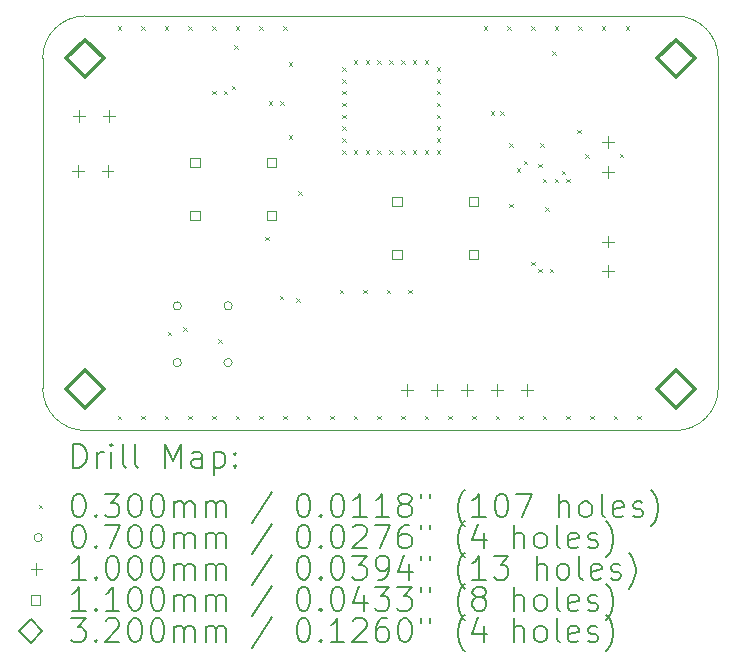
<source format=gbr>
%TF.GenerationSoftware,KiCad,Pcbnew,8.0.1*%
%TF.CreationDate,2025-02-14T15:05:36+08:00*%
%TF.ProjectId,SpeakerDriver,53706561-6b65-4724-9472-697665722e6b,rev?*%
%TF.SameCoordinates,Original*%
%TF.FileFunction,Drillmap*%
%TF.FilePolarity,Positive*%
%FSLAX45Y45*%
G04 Gerber Fmt 4.5, Leading zero omitted, Abs format (unit mm)*
G04 Created by KiCad (PCBNEW 8.0.1) date 2025-02-14 15:05:36*
%MOMM*%
%LPD*%
G01*
G04 APERTURE LIST*
%ADD10C,0.050000*%
%ADD11C,0.200000*%
%ADD12C,0.100000*%
%ADD13C,0.110000*%
%ADD14C,0.320000*%
G04 APERTURE END LIST*
D10*
X18170000Y-12000000D02*
G75*
G02*
X17810000Y-12360000I-360000J0D01*
G01*
X12450000Y-12000000D02*
X12450000Y-9210000D01*
X17810000Y-12360000D02*
X12810000Y-12360000D01*
X12810000Y-12360000D02*
G75*
G02*
X12450000Y-12000000I0J360000D01*
G01*
X12450000Y-9210000D02*
G75*
G02*
X12810000Y-8850000I360000J0D01*
G01*
X18170000Y-9210000D02*
X18170000Y-12000000D01*
X12810000Y-8850000D02*
X17810000Y-8850000D01*
X17810000Y-8850000D02*
G75*
G02*
X18170000Y-9210000I0J-360000D01*
G01*
D11*
D12*
X13085000Y-8935000D02*
X13115000Y-8965000D01*
X13115000Y-8935000D02*
X13085000Y-8965000D01*
X13085000Y-12235000D02*
X13115000Y-12265000D01*
X13115000Y-12235000D02*
X13085000Y-12265000D01*
X13285000Y-8935000D02*
X13315000Y-8965000D01*
X13315000Y-8935000D02*
X13285000Y-8965000D01*
X13285000Y-12235000D02*
X13315000Y-12265000D01*
X13315000Y-12235000D02*
X13285000Y-12265000D01*
X13485000Y-8935000D02*
X13515000Y-8965000D01*
X13515000Y-8935000D02*
X13485000Y-8965000D01*
X13485000Y-12235000D02*
X13515000Y-12265000D01*
X13515000Y-12235000D02*
X13485000Y-12265000D01*
X13510000Y-11525000D02*
X13540000Y-11555000D01*
X13540000Y-11525000D02*
X13510000Y-11555000D01*
X13640000Y-11488000D02*
X13670000Y-11518000D01*
X13670000Y-11488000D02*
X13640000Y-11518000D01*
X13685000Y-8935000D02*
X13715000Y-8965000D01*
X13715000Y-8935000D02*
X13685000Y-8965000D01*
X13685000Y-12235000D02*
X13715000Y-12265000D01*
X13715000Y-12235000D02*
X13685000Y-12265000D01*
X13885000Y-8935000D02*
X13915000Y-8965000D01*
X13915000Y-8935000D02*
X13885000Y-8965000D01*
X13885000Y-9485000D02*
X13915000Y-9515000D01*
X13915000Y-9485000D02*
X13885000Y-9515000D01*
X13885000Y-12235000D02*
X13915000Y-12265000D01*
X13915000Y-12235000D02*
X13885000Y-12265000D01*
X13935251Y-11588476D02*
X13965251Y-11618476D01*
X13965251Y-11588476D02*
X13935251Y-11618476D01*
X13985000Y-9485000D02*
X14015000Y-9515000D01*
X14015000Y-9485000D02*
X13985000Y-9515000D01*
X14050000Y-9440000D02*
X14080000Y-9470000D01*
X14080000Y-9440000D02*
X14050000Y-9470000D01*
X14070000Y-9100000D02*
X14100000Y-9130000D01*
X14100000Y-9100000D02*
X14070000Y-9130000D01*
X14085000Y-8935000D02*
X14115000Y-8965000D01*
X14115000Y-8935000D02*
X14085000Y-8965000D01*
X14085000Y-12235000D02*
X14115000Y-12265000D01*
X14115000Y-12235000D02*
X14085000Y-12265000D01*
X14285000Y-8935000D02*
X14315000Y-8965000D01*
X14315000Y-8935000D02*
X14285000Y-8965000D01*
X14285000Y-12235000D02*
X14315000Y-12265000D01*
X14315000Y-12235000D02*
X14285000Y-12265000D01*
X14335000Y-10720000D02*
X14365000Y-10750000D01*
X14365000Y-10720000D02*
X14335000Y-10750000D01*
X14365000Y-9570000D02*
X14395000Y-9600000D01*
X14395000Y-9570000D02*
X14365000Y-9600000D01*
X14457397Y-11217603D02*
X14487397Y-11247603D01*
X14487397Y-11217603D02*
X14457397Y-11247603D01*
X14460000Y-9570000D02*
X14490000Y-9600000D01*
X14490000Y-9570000D02*
X14460000Y-9600000D01*
X14485000Y-8935000D02*
X14515000Y-8965000D01*
X14515000Y-8935000D02*
X14485000Y-8965000D01*
X14485000Y-12235000D02*
X14515000Y-12265000D01*
X14515000Y-12235000D02*
X14485000Y-12265000D01*
X14535000Y-9243000D02*
X14565000Y-9273000D01*
X14565000Y-9243000D02*
X14535000Y-9273000D01*
X14535000Y-9860108D02*
X14565000Y-9890108D01*
X14565000Y-9860108D02*
X14535000Y-9890108D01*
X14599000Y-11240000D02*
X14629000Y-11270000D01*
X14629000Y-11240000D02*
X14599000Y-11270000D01*
X14615482Y-10335335D02*
X14645482Y-10365335D01*
X14645482Y-10335335D02*
X14615482Y-10365335D01*
X14685000Y-12235000D02*
X14715000Y-12265000D01*
X14715000Y-12235000D02*
X14685000Y-12265000D01*
X14885000Y-12235000D02*
X14915000Y-12265000D01*
X14915000Y-12235000D02*
X14885000Y-12265000D01*
X14965000Y-11170000D02*
X14995000Y-11200000D01*
X14995000Y-11170000D02*
X14965000Y-11200000D01*
X14985000Y-9285000D02*
X15015000Y-9315000D01*
X15015000Y-9285000D02*
X14985000Y-9315000D01*
X14985000Y-9385000D02*
X15015000Y-9415000D01*
X15015000Y-9385000D02*
X14985000Y-9415000D01*
X14985000Y-9485000D02*
X15015000Y-9515000D01*
X15015000Y-9485000D02*
X14985000Y-9515000D01*
X14985000Y-9585000D02*
X15015000Y-9615000D01*
X15015000Y-9585000D02*
X14985000Y-9615000D01*
X14985000Y-9685000D02*
X15015000Y-9715000D01*
X15015000Y-9685000D02*
X14985000Y-9715000D01*
X14985000Y-9785000D02*
X15015000Y-9815000D01*
X15015000Y-9785000D02*
X14985000Y-9815000D01*
X14985000Y-9885000D02*
X15015000Y-9915000D01*
X15015000Y-9885000D02*
X14985000Y-9915000D01*
X14985000Y-9985000D02*
X15015000Y-10015000D01*
X15015000Y-9985000D02*
X14985000Y-10015000D01*
X15085000Y-9225000D02*
X15115000Y-9255000D01*
X15115000Y-9225000D02*
X15085000Y-9255000D01*
X15085000Y-9985000D02*
X15115000Y-10015000D01*
X15115000Y-9985000D02*
X15085000Y-10015000D01*
X15085000Y-12235000D02*
X15115000Y-12265000D01*
X15115000Y-12235000D02*
X15085000Y-12265000D01*
X15165000Y-11170000D02*
X15195000Y-11200000D01*
X15195000Y-11170000D02*
X15165000Y-11200000D01*
X15185000Y-9225000D02*
X15215000Y-9255000D01*
X15215000Y-9225000D02*
X15185000Y-9255000D01*
X15185000Y-9985000D02*
X15215000Y-10015000D01*
X15215000Y-9985000D02*
X15185000Y-10015000D01*
X15285000Y-9225000D02*
X15315000Y-9255000D01*
X15315000Y-9225000D02*
X15285000Y-9255000D01*
X15285000Y-9985000D02*
X15315000Y-10015000D01*
X15315000Y-9985000D02*
X15285000Y-10015000D01*
X15285000Y-12235000D02*
X15315000Y-12265000D01*
X15315000Y-12235000D02*
X15285000Y-12265000D01*
X15365000Y-11170000D02*
X15395000Y-11200000D01*
X15395000Y-11170000D02*
X15365000Y-11200000D01*
X15385000Y-9225000D02*
X15415000Y-9255000D01*
X15415000Y-9225000D02*
X15385000Y-9255000D01*
X15385000Y-9985000D02*
X15415000Y-10015000D01*
X15415000Y-9985000D02*
X15385000Y-10015000D01*
X15485000Y-9225000D02*
X15515000Y-9255000D01*
X15515000Y-9225000D02*
X15485000Y-9255000D01*
X15485000Y-9985000D02*
X15515000Y-10015000D01*
X15515000Y-9985000D02*
X15485000Y-10015000D01*
X15485000Y-12235000D02*
X15515000Y-12265000D01*
X15515000Y-12235000D02*
X15485000Y-12265000D01*
X15545000Y-11170000D02*
X15575000Y-11200000D01*
X15575000Y-11170000D02*
X15545000Y-11200000D01*
X15585000Y-9225000D02*
X15615000Y-9255000D01*
X15615000Y-9225000D02*
X15585000Y-9255000D01*
X15585000Y-9985000D02*
X15615000Y-10015000D01*
X15615000Y-9985000D02*
X15585000Y-10015000D01*
X15685000Y-9225000D02*
X15715000Y-9255000D01*
X15715000Y-9225000D02*
X15685000Y-9255000D01*
X15685000Y-9985000D02*
X15715000Y-10015000D01*
X15715000Y-9985000D02*
X15685000Y-10015000D01*
X15685000Y-12235000D02*
X15715000Y-12265000D01*
X15715000Y-12235000D02*
X15685000Y-12265000D01*
X15785000Y-9285000D02*
X15815000Y-9315000D01*
X15815000Y-9285000D02*
X15785000Y-9315000D01*
X15785000Y-9385000D02*
X15815000Y-9415000D01*
X15815000Y-9385000D02*
X15785000Y-9415000D01*
X15785000Y-9485000D02*
X15815000Y-9515000D01*
X15815000Y-9485000D02*
X15785000Y-9515000D01*
X15785000Y-9585000D02*
X15815000Y-9615000D01*
X15815000Y-9585000D02*
X15785000Y-9615000D01*
X15785000Y-9685000D02*
X15815000Y-9715000D01*
X15815000Y-9685000D02*
X15785000Y-9715000D01*
X15785000Y-9785000D02*
X15815000Y-9815000D01*
X15815000Y-9785000D02*
X15785000Y-9815000D01*
X15785000Y-9885000D02*
X15815000Y-9915000D01*
X15815000Y-9885000D02*
X15785000Y-9915000D01*
X15785000Y-9985000D02*
X15815000Y-10015000D01*
X15815000Y-9985000D02*
X15785000Y-10015000D01*
X15885000Y-12235000D02*
X15915000Y-12265000D01*
X15915000Y-12235000D02*
X15885000Y-12265000D01*
X16085000Y-12235000D02*
X16115000Y-12265000D01*
X16115000Y-12235000D02*
X16085000Y-12265000D01*
X16185000Y-8935000D02*
X16215000Y-8965000D01*
X16215000Y-8935000D02*
X16185000Y-8965000D01*
X16245000Y-9655000D02*
X16275000Y-9685000D01*
X16275000Y-9655000D02*
X16245000Y-9685000D01*
X16285000Y-12235000D02*
X16315000Y-12265000D01*
X16315000Y-12235000D02*
X16285000Y-12265000D01*
X16325000Y-9655000D02*
X16355000Y-9685000D01*
X16355000Y-9655000D02*
X16325000Y-9685000D01*
X16385000Y-8935000D02*
X16415000Y-8965000D01*
X16415000Y-8935000D02*
X16385000Y-8965000D01*
X16400000Y-9930000D02*
X16430000Y-9960000D01*
X16430000Y-9930000D02*
X16400000Y-9960000D01*
X16400000Y-10440000D02*
X16430000Y-10470000D01*
X16430000Y-10440000D02*
X16400000Y-10470000D01*
X16464902Y-10137804D02*
X16494902Y-10167804D01*
X16494902Y-10137804D02*
X16464902Y-10167804D01*
X16485000Y-12235000D02*
X16515000Y-12265000D01*
X16515000Y-12235000D02*
X16485000Y-12265000D01*
X16525000Y-10075000D02*
X16555000Y-10105000D01*
X16555000Y-10075000D02*
X16525000Y-10105000D01*
X16585000Y-8935000D02*
X16615000Y-8965000D01*
X16615000Y-8935000D02*
X16585000Y-8965000D01*
X16585000Y-10930000D02*
X16615000Y-10960000D01*
X16615000Y-10930000D02*
X16585000Y-10960000D01*
X16645000Y-10102839D02*
X16675000Y-10132839D01*
X16675000Y-10102839D02*
X16645000Y-10132839D01*
X16645000Y-10990000D02*
X16675000Y-11020000D01*
X16675000Y-10990000D02*
X16645000Y-11020000D01*
X16661000Y-9930000D02*
X16691000Y-9960000D01*
X16691000Y-9930000D02*
X16661000Y-9960000D01*
X16685000Y-10230000D02*
X16715000Y-10260000D01*
X16715000Y-10230000D02*
X16685000Y-10260000D01*
X16685000Y-12235000D02*
X16715000Y-12265000D01*
X16715000Y-12235000D02*
X16685000Y-12265000D01*
X16705000Y-10470000D02*
X16735000Y-10500000D01*
X16735000Y-10470000D02*
X16705000Y-10500000D01*
X16745000Y-10990000D02*
X16775000Y-11020000D01*
X16775000Y-10990000D02*
X16745000Y-11020000D01*
X16765000Y-9150000D02*
X16795000Y-9180000D01*
X16795000Y-9150000D02*
X16765000Y-9180000D01*
X16785000Y-8935000D02*
X16815000Y-8965000D01*
X16815000Y-8935000D02*
X16785000Y-8965000D01*
X16785000Y-10230000D02*
X16815000Y-10260000D01*
X16815000Y-10230000D02*
X16785000Y-10260000D01*
X16845000Y-10158798D02*
X16875000Y-10188798D01*
X16875000Y-10158798D02*
X16845000Y-10188798D01*
X16885000Y-10230000D02*
X16915000Y-10260000D01*
X16915000Y-10230000D02*
X16885000Y-10260000D01*
X16885000Y-12235000D02*
X16915000Y-12265000D01*
X16915000Y-12235000D02*
X16885000Y-12265000D01*
X16975000Y-9815000D02*
X17005000Y-9845000D01*
X17005000Y-9815000D02*
X16975000Y-9845000D01*
X16985000Y-8935000D02*
X17015000Y-8965000D01*
X17015000Y-8935000D02*
X16985000Y-8965000D01*
X17045000Y-10020000D02*
X17075000Y-10050000D01*
X17075000Y-10020000D02*
X17045000Y-10050000D01*
X17085000Y-12235000D02*
X17115000Y-12265000D01*
X17115000Y-12235000D02*
X17085000Y-12265000D01*
X17185000Y-8935000D02*
X17215000Y-8965000D01*
X17215000Y-8935000D02*
X17185000Y-8965000D01*
X17285000Y-12235000D02*
X17315000Y-12265000D01*
X17315000Y-12235000D02*
X17285000Y-12265000D01*
X17335000Y-10015000D02*
X17365000Y-10045000D01*
X17365000Y-10015000D02*
X17335000Y-10045000D01*
X17385000Y-8935000D02*
X17415000Y-8965000D01*
X17415000Y-8935000D02*
X17385000Y-8965000D01*
X17485000Y-12235000D02*
X17515000Y-12265000D01*
X17515000Y-12235000D02*
X17485000Y-12265000D01*
X13625000Y-11305000D02*
G75*
G02*
X13555000Y-11305000I-35000J0D01*
G01*
X13555000Y-11305000D02*
G75*
G02*
X13625000Y-11305000I35000J0D01*
G01*
X13625000Y-11785000D02*
G75*
G02*
X13555000Y-11785000I-35000J0D01*
G01*
X13555000Y-11785000D02*
G75*
G02*
X13625000Y-11785000I35000J0D01*
G01*
X14055000Y-11305000D02*
G75*
G02*
X13985000Y-11305000I-35000J0D01*
G01*
X13985000Y-11305000D02*
G75*
G02*
X14055000Y-11305000I35000J0D01*
G01*
X14055000Y-11785000D02*
G75*
G02*
X13985000Y-11785000I-35000J0D01*
G01*
X13985000Y-11785000D02*
G75*
G02*
X14055000Y-11785000I35000J0D01*
G01*
X12750000Y-10110000D02*
X12750000Y-10210000D01*
X12700000Y-10160000D02*
X12800000Y-10160000D01*
X12756000Y-9650000D02*
X12756000Y-9750000D01*
X12706000Y-9700000D02*
X12806000Y-9700000D01*
X13000000Y-10110000D02*
X13000000Y-10210000D01*
X12950000Y-10160000D02*
X13050000Y-10160000D01*
X13010000Y-9650000D02*
X13010000Y-9750000D01*
X12960000Y-9700000D02*
X13060000Y-9700000D01*
X15532500Y-11965000D02*
X15532500Y-12065000D01*
X15482500Y-12015000D02*
X15582500Y-12015000D01*
X15786500Y-11965000D02*
X15786500Y-12065000D01*
X15736500Y-12015000D02*
X15836500Y-12015000D01*
X16040500Y-11965000D02*
X16040500Y-12065000D01*
X15990500Y-12015000D02*
X16090500Y-12015000D01*
X16294500Y-11965000D02*
X16294500Y-12065000D01*
X16244500Y-12015000D02*
X16344500Y-12015000D01*
X16548500Y-11965000D02*
X16548500Y-12065000D01*
X16498500Y-12015000D02*
X16598500Y-12015000D01*
X17235000Y-9870000D02*
X17235000Y-9970000D01*
X17185000Y-9920000D02*
X17285000Y-9920000D01*
X17235000Y-10120000D02*
X17235000Y-10220000D01*
X17185000Y-10170000D02*
X17285000Y-10170000D01*
X17235000Y-10710000D02*
X17235000Y-10810000D01*
X17185000Y-10760000D02*
X17285000Y-10760000D01*
X17235000Y-10960000D02*
X17235000Y-11060000D01*
X17185000Y-11010000D02*
X17285000Y-11010000D01*
D13*
X13778891Y-10128891D02*
X13778891Y-10051109D01*
X13701109Y-10051109D01*
X13701109Y-10128891D01*
X13778891Y-10128891D01*
X13778891Y-10578891D02*
X13778891Y-10501109D01*
X13701109Y-10501109D01*
X13701109Y-10578891D01*
X13778891Y-10578891D01*
X14428891Y-10128891D02*
X14428891Y-10051109D01*
X14351109Y-10051109D01*
X14351109Y-10128891D01*
X14428891Y-10128891D01*
X14428891Y-10578891D02*
X14428891Y-10501109D01*
X14351109Y-10501109D01*
X14351109Y-10578891D01*
X14428891Y-10578891D01*
X15488891Y-10458891D02*
X15488891Y-10381109D01*
X15411109Y-10381109D01*
X15411109Y-10458891D01*
X15488891Y-10458891D01*
X15488891Y-10908891D02*
X15488891Y-10831109D01*
X15411109Y-10831109D01*
X15411109Y-10908891D01*
X15488891Y-10908891D01*
X16138891Y-10458891D02*
X16138891Y-10381109D01*
X16061109Y-10381109D01*
X16061109Y-10458891D01*
X16138891Y-10458891D01*
X16138891Y-10908891D02*
X16138891Y-10831109D01*
X16061109Y-10831109D01*
X16061109Y-10908891D01*
X16138891Y-10908891D01*
D14*
X12810000Y-9370000D02*
X12970000Y-9210000D01*
X12810000Y-9050000D01*
X12650000Y-9210000D01*
X12810000Y-9370000D01*
X12810000Y-12170000D02*
X12970000Y-12010000D01*
X12810000Y-11850000D01*
X12650000Y-12010000D01*
X12810000Y-12170000D01*
X17810000Y-9370000D02*
X17970000Y-9210000D01*
X17810000Y-9050000D01*
X17650000Y-9210000D01*
X17810000Y-9370000D01*
X17810000Y-12170000D02*
X17970000Y-12010000D01*
X17810000Y-11850000D01*
X17650000Y-12010000D01*
X17810000Y-12170000D01*
D11*
X12708277Y-12673984D02*
X12708277Y-12473984D01*
X12708277Y-12473984D02*
X12755896Y-12473984D01*
X12755896Y-12473984D02*
X12784467Y-12483508D01*
X12784467Y-12483508D02*
X12803515Y-12502555D01*
X12803515Y-12502555D02*
X12813039Y-12521603D01*
X12813039Y-12521603D02*
X12822562Y-12559698D01*
X12822562Y-12559698D02*
X12822562Y-12588269D01*
X12822562Y-12588269D02*
X12813039Y-12626365D01*
X12813039Y-12626365D02*
X12803515Y-12645412D01*
X12803515Y-12645412D02*
X12784467Y-12664460D01*
X12784467Y-12664460D02*
X12755896Y-12673984D01*
X12755896Y-12673984D02*
X12708277Y-12673984D01*
X12908277Y-12673984D02*
X12908277Y-12540650D01*
X12908277Y-12578746D02*
X12917801Y-12559698D01*
X12917801Y-12559698D02*
X12927324Y-12550174D01*
X12927324Y-12550174D02*
X12946372Y-12540650D01*
X12946372Y-12540650D02*
X12965420Y-12540650D01*
X13032086Y-12673984D02*
X13032086Y-12540650D01*
X13032086Y-12473984D02*
X13022562Y-12483508D01*
X13022562Y-12483508D02*
X13032086Y-12493031D01*
X13032086Y-12493031D02*
X13041610Y-12483508D01*
X13041610Y-12483508D02*
X13032086Y-12473984D01*
X13032086Y-12473984D02*
X13032086Y-12493031D01*
X13155896Y-12673984D02*
X13136848Y-12664460D01*
X13136848Y-12664460D02*
X13127324Y-12645412D01*
X13127324Y-12645412D02*
X13127324Y-12473984D01*
X13260658Y-12673984D02*
X13241610Y-12664460D01*
X13241610Y-12664460D02*
X13232086Y-12645412D01*
X13232086Y-12645412D02*
X13232086Y-12473984D01*
X13489229Y-12673984D02*
X13489229Y-12473984D01*
X13489229Y-12473984D02*
X13555896Y-12616841D01*
X13555896Y-12616841D02*
X13622562Y-12473984D01*
X13622562Y-12473984D02*
X13622562Y-12673984D01*
X13803515Y-12673984D02*
X13803515Y-12569222D01*
X13803515Y-12569222D02*
X13793991Y-12550174D01*
X13793991Y-12550174D02*
X13774943Y-12540650D01*
X13774943Y-12540650D02*
X13736848Y-12540650D01*
X13736848Y-12540650D02*
X13717801Y-12550174D01*
X13803515Y-12664460D02*
X13784467Y-12673984D01*
X13784467Y-12673984D02*
X13736848Y-12673984D01*
X13736848Y-12673984D02*
X13717801Y-12664460D01*
X13717801Y-12664460D02*
X13708277Y-12645412D01*
X13708277Y-12645412D02*
X13708277Y-12626365D01*
X13708277Y-12626365D02*
X13717801Y-12607317D01*
X13717801Y-12607317D02*
X13736848Y-12597793D01*
X13736848Y-12597793D02*
X13784467Y-12597793D01*
X13784467Y-12597793D02*
X13803515Y-12588269D01*
X13898753Y-12540650D02*
X13898753Y-12740650D01*
X13898753Y-12550174D02*
X13917801Y-12540650D01*
X13917801Y-12540650D02*
X13955896Y-12540650D01*
X13955896Y-12540650D02*
X13974943Y-12550174D01*
X13974943Y-12550174D02*
X13984467Y-12559698D01*
X13984467Y-12559698D02*
X13993991Y-12578746D01*
X13993991Y-12578746D02*
X13993991Y-12635888D01*
X13993991Y-12635888D02*
X13984467Y-12654936D01*
X13984467Y-12654936D02*
X13974943Y-12664460D01*
X13974943Y-12664460D02*
X13955896Y-12673984D01*
X13955896Y-12673984D02*
X13917801Y-12673984D01*
X13917801Y-12673984D02*
X13898753Y-12664460D01*
X14079705Y-12654936D02*
X14089229Y-12664460D01*
X14089229Y-12664460D02*
X14079705Y-12673984D01*
X14079705Y-12673984D02*
X14070182Y-12664460D01*
X14070182Y-12664460D02*
X14079705Y-12654936D01*
X14079705Y-12654936D02*
X14079705Y-12673984D01*
X14079705Y-12550174D02*
X14089229Y-12559698D01*
X14089229Y-12559698D02*
X14079705Y-12569222D01*
X14079705Y-12569222D02*
X14070182Y-12559698D01*
X14070182Y-12559698D02*
X14079705Y-12550174D01*
X14079705Y-12550174D02*
X14079705Y-12569222D01*
D12*
X12417500Y-12987500D02*
X12447500Y-13017500D01*
X12447500Y-12987500D02*
X12417500Y-13017500D01*
D11*
X12746372Y-12893984D02*
X12765420Y-12893984D01*
X12765420Y-12893984D02*
X12784467Y-12903508D01*
X12784467Y-12903508D02*
X12793991Y-12913031D01*
X12793991Y-12913031D02*
X12803515Y-12932079D01*
X12803515Y-12932079D02*
X12813039Y-12970174D01*
X12813039Y-12970174D02*
X12813039Y-13017793D01*
X12813039Y-13017793D02*
X12803515Y-13055888D01*
X12803515Y-13055888D02*
X12793991Y-13074936D01*
X12793991Y-13074936D02*
X12784467Y-13084460D01*
X12784467Y-13084460D02*
X12765420Y-13093984D01*
X12765420Y-13093984D02*
X12746372Y-13093984D01*
X12746372Y-13093984D02*
X12727324Y-13084460D01*
X12727324Y-13084460D02*
X12717801Y-13074936D01*
X12717801Y-13074936D02*
X12708277Y-13055888D01*
X12708277Y-13055888D02*
X12698753Y-13017793D01*
X12698753Y-13017793D02*
X12698753Y-12970174D01*
X12698753Y-12970174D02*
X12708277Y-12932079D01*
X12708277Y-12932079D02*
X12717801Y-12913031D01*
X12717801Y-12913031D02*
X12727324Y-12903508D01*
X12727324Y-12903508D02*
X12746372Y-12893984D01*
X12898753Y-13074936D02*
X12908277Y-13084460D01*
X12908277Y-13084460D02*
X12898753Y-13093984D01*
X12898753Y-13093984D02*
X12889229Y-13084460D01*
X12889229Y-13084460D02*
X12898753Y-13074936D01*
X12898753Y-13074936D02*
X12898753Y-13093984D01*
X12974943Y-12893984D02*
X13098753Y-12893984D01*
X13098753Y-12893984D02*
X13032086Y-12970174D01*
X13032086Y-12970174D02*
X13060658Y-12970174D01*
X13060658Y-12970174D02*
X13079705Y-12979698D01*
X13079705Y-12979698D02*
X13089229Y-12989222D01*
X13089229Y-12989222D02*
X13098753Y-13008269D01*
X13098753Y-13008269D02*
X13098753Y-13055888D01*
X13098753Y-13055888D02*
X13089229Y-13074936D01*
X13089229Y-13074936D02*
X13079705Y-13084460D01*
X13079705Y-13084460D02*
X13060658Y-13093984D01*
X13060658Y-13093984D02*
X13003515Y-13093984D01*
X13003515Y-13093984D02*
X12984467Y-13084460D01*
X12984467Y-13084460D02*
X12974943Y-13074936D01*
X13222562Y-12893984D02*
X13241610Y-12893984D01*
X13241610Y-12893984D02*
X13260658Y-12903508D01*
X13260658Y-12903508D02*
X13270182Y-12913031D01*
X13270182Y-12913031D02*
X13279705Y-12932079D01*
X13279705Y-12932079D02*
X13289229Y-12970174D01*
X13289229Y-12970174D02*
X13289229Y-13017793D01*
X13289229Y-13017793D02*
X13279705Y-13055888D01*
X13279705Y-13055888D02*
X13270182Y-13074936D01*
X13270182Y-13074936D02*
X13260658Y-13084460D01*
X13260658Y-13084460D02*
X13241610Y-13093984D01*
X13241610Y-13093984D02*
X13222562Y-13093984D01*
X13222562Y-13093984D02*
X13203515Y-13084460D01*
X13203515Y-13084460D02*
X13193991Y-13074936D01*
X13193991Y-13074936D02*
X13184467Y-13055888D01*
X13184467Y-13055888D02*
X13174943Y-13017793D01*
X13174943Y-13017793D02*
X13174943Y-12970174D01*
X13174943Y-12970174D02*
X13184467Y-12932079D01*
X13184467Y-12932079D02*
X13193991Y-12913031D01*
X13193991Y-12913031D02*
X13203515Y-12903508D01*
X13203515Y-12903508D02*
X13222562Y-12893984D01*
X13413039Y-12893984D02*
X13432086Y-12893984D01*
X13432086Y-12893984D02*
X13451134Y-12903508D01*
X13451134Y-12903508D02*
X13460658Y-12913031D01*
X13460658Y-12913031D02*
X13470182Y-12932079D01*
X13470182Y-12932079D02*
X13479705Y-12970174D01*
X13479705Y-12970174D02*
X13479705Y-13017793D01*
X13479705Y-13017793D02*
X13470182Y-13055888D01*
X13470182Y-13055888D02*
X13460658Y-13074936D01*
X13460658Y-13074936D02*
X13451134Y-13084460D01*
X13451134Y-13084460D02*
X13432086Y-13093984D01*
X13432086Y-13093984D02*
X13413039Y-13093984D01*
X13413039Y-13093984D02*
X13393991Y-13084460D01*
X13393991Y-13084460D02*
X13384467Y-13074936D01*
X13384467Y-13074936D02*
X13374943Y-13055888D01*
X13374943Y-13055888D02*
X13365420Y-13017793D01*
X13365420Y-13017793D02*
X13365420Y-12970174D01*
X13365420Y-12970174D02*
X13374943Y-12932079D01*
X13374943Y-12932079D02*
X13384467Y-12913031D01*
X13384467Y-12913031D02*
X13393991Y-12903508D01*
X13393991Y-12903508D02*
X13413039Y-12893984D01*
X13565420Y-13093984D02*
X13565420Y-12960650D01*
X13565420Y-12979698D02*
X13574943Y-12970174D01*
X13574943Y-12970174D02*
X13593991Y-12960650D01*
X13593991Y-12960650D02*
X13622563Y-12960650D01*
X13622563Y-12960650D02*
X13641610Y-12970174D01*
X13641610Y-12970174D02*
X13651134Y-12989222D01*
X13651134Y-12989222D02*
X13651134Y-13093984D01*
X13651134Y-12989222D02*
X13660658Y-12970174D01*
X13660658Y-12970174D02*
X13679705Y-12960650D01*
X13679705Y-12960650D02*
X13708277Y-12960650D01*
X13708277Y-12960650D02*
X13727324Y-12970174D01*
X13727324Y-12970174D02*
X13736848Y-12989222D01*
X13736848Y-12989222D02*
X13736848Y-13093984D01*
X13832086Y-13093984D02*
X13832086Y-12960650D01*
X13832086Y-12979698D02*
X13841610Y-12970174D01*
X13841610Y-12970174D02*
X13860658Y-12960650D01*
X13860658Y-12960650D02*
X13889229Y-12960650D01*
X13889229Y-12960650D02*
X13908277Y-12970174D01*
X13908277Y-12970174D02*
X13917801Y-12989222D01*
X13917801Y-12989222D02*
X13917801Y-13093984D01*
X13917801Y-12989222D02*
X13927324Y-12970174D01*
X13927324Y-12970174D02*
X13946372Y-12960650D01*
X13946372Y-12960650D02*
X13974943Y-12960650D01*
X13974943Y-12960650D02*
X13993991Y-12970174D01*
X13993991Y-12970174D02*
X14003515Y-12989222D01*
X14003515Y-12989222D02*
X14003515Y-13093984D01*
X14393991Y-12884460D02*
X14222563Y-13141603D01*
X14651134Y-12893984D02*
X14670182Y-12893984D01*
X14670182Y-12893984D02*
X14689229Y-12903508D01*
X14689229Y-12903508D02*
X14698753Y-12913031D01*
X14698753Y-12913031D02*
X14708277Y-12932079D01*
X14708277Y-12932079D02*
X14717801Y-12970174D01*
X14717801Y-12970174D02*
X14717801Y-13017793D01*
X14717801Y-13017793D02*
X14708277Y-13055888D01*
X14708277Y-13055888D02*
X14698753Y-13074936D01*
X14698753Y-13074936D02*
X14689229Y-13084460D01*
X14689229Y-13084460D02*
X14670182Y-13093984D01*
X14670182Y-13093984D02*
X14651134Y-13093984D01*
X14651134Y-13093984D02*
X14632086Y-13084460D01*
X14632086Y-13084460D02*
X14622563Y-13074936D01*
X14622563Y-13074936D02*
X14613039Y-13055888D01*
X14613039Y-13055888D02*
X14603515Y-13017793D01*
X14603515Y-13017793D02*
X14603515Y-12970174D01*
X14603515Y-12970174D02*
X14613039Y-12932079D01*
X14613039Y-12932079D02*
X14622563Y-12913031D01*
X14622563Y-12913031D02*
X14632086Y-12903508D01*
X14632086Y-12903508D02*
X14651134Y-12893984D01*
X14803515Y-13074936D02*
X14813039Y-13084460D01*
X14813039Y-13084460D02*
X14803515Y-13093984D01*
X14803515Y-13093984D02*
X14793991Y-13084460D01*
X14793991Y-13084460D02*
X14803515Y-13074936D01*
X14803515Y-13074936D02*
X14803515Y-13093984D01*
X14936848Y-12893984D02*
X14955896Y-12893984D01*
X14955896Y-12893984D02*
X14974944Y-12903508D01*
X14974944Y-12903508D02*
X14984467Y-12913031D01*
X14984467Y-12913031D02*
X14993991Y-12932079D01*
X14993991Y-12932079D02*
X15003515Y-12970174D01*
X15003515Y-12970174D02*
X15003515Y-13017793D01*
X15003515Y-13017793D02*
X14993991Y-13055888D01*
X14993991Y-13055888D02*
X14984467Y-13074936D01*
X14984467Y-13074936D02*
X14974944Y-13084460D01*
X14974944Y-13084460D02*
X14955896Y-13093984D01*
X14955896Y-13093984D02*
X14936848Y-13093984D01*
X14936848Y-13093984D02*
X14917801Y-13084460D01*
X14917801Y-13084460D02*
X14908277Y-13074936D01*
X14908277Y-13074936D02*
X14898753Y-13055888D01*
X14898753Y-13055888D02*
X14889229Y-13017793D01*
X14889229Y-13017793D02*
X14889229Y-12970174D01*
X14889229Y-12970174D02*
X14898753Y-12932079D01*
X14898753Y-12932079D02*
X14908277Y-12913031D01*
X14908277Y-12913031D02*
X14917801Y-12903508D01*
X14917801Y-12903508D02*
X14936848Y-12893984D01*
X15193991Y-13093984D02*
X15079706Y-13093984D01*
X15136848Y-13093984D02*
X15136848Y-12893984D01*
X15136848Y-12893984D02*
X15117801Y-12922555D01*
X15117801Y-12922555D02*
X15098753Y-12941603D01*
X15098753Y-12941603D02*
X15079706Y-12951127D01*
X15384467Y-13093984D02*
X15270182Y-13093984D01*
X15327325Y-13093984D02*
X15327325Y-12893984D01*
X15327325Y-12893984D02*
X15308277Y-12922555D01*
X15308277Y-12922555D02*
X15289229Y-12941603D01*
X15289229Y-12941603D02*
X15270182Y-12951127D01*
X15498753Y-12979698D02*
X15479706Y-12970174D01*
X15479706Y-12970174D02*
X15470182Y-12960650D01*
X15470182Y-12960650D02*
X15460658Y-12941603D01*
X15460658Y-12941603D02*
X15460658Y-12932079D01*
X15460658Y-12932079D02*
X15470182Y-12913031D01*
X15470182Y-12913031D02*
X15479706Y-12903508D01*
X15479706Y-12903508D02*
X15498753Y-12893984D01*
X15498753Y-12893984D02*
X15536848Y-12893984D01*
X15536848Y-12893984D02*
X15555896Y-12903508D01*
X15555896Y-12903508D02*
X15565420Y-12913031D01*
X15565420Y-12913031D02*
X15574944Y-12932079D01*
X15574944Y-12932079D02*
X15574944Y-12941603D01*
X15574944Y-12941603D02*
X15565420Y-12960650D01*
X15565420Y-12960650D02*
X15555896Y-12970174D01*
X15555896Y-12970174D02*
X15536848Y-12979698D01*
X15536848Y-12979698D02*
X15498753Y-12979698D01*
X15498753Y-12979698D02*
X15479706Y-12989222D01*
X15479706Y-12989222D02*
X15470182Y-12998746D01*
X15470182Y-12998746D02*
X15460658Y-13017793D01*
X15460658Y-13017793D02*
X15460658Y-13055888D01*
X15460658Y-13055888D02*
X15470182Y-13074936D01*
X15470182Y-13074936D02*
X15479706Y-13084460D01*
X15479706Y-13084460D02*
X15498753Y-13093984D01*
X15498753Y-13093984D02*
X15536848Y-13093984D01*
X15536848Y-13093984D02*
X15555896Y-13084460D01*
X15555896Y-13084460D02*
X15565420Y-13074936D01*
X15565420Y-13074936D02*
X15574944Y-13055888D01*
X15574944Y-13055888D02*
X15574944Y-13017793D01*
X15574944Y-13017793D02*
X15565420Y-12998746D01*
X15565420Y-12998746D02*
X15555896Y-12989222D01*
X15555896Y-12989222D02*
X15536848Y-12979698D01*
X15651134Y-12893984D02*
X15651134Y-12932079D01*
X15727325Y-12893984D02*
X15727325Y-12932079D01*
X16022563Y-13170174D02*
X16013039Y-13160650D01*
X16013039Y-13160650D02*
X15993991Y-13132079D01*
X15993991Y-13132079D02*
X15984468Y-13113031D01*
X15984468Y-13113031D02*
X15974944Y-13084460D01*
X15974944Y-13084460D02*
X15965420Y-13036841D01*
X15965420Y-13036841D02*
X15965420Y-12998746D01*
X15965420Y-12998746D02*
X15974944Y-12951127D01*
X15974944Y-12951127D02*
X15984468Y-12922555D01*
X15984468Y-12922555D02*
X15993991Y-12903508D01*
X15993991Y-12903508D02*
X16013039Y-12874936D01*
X16013039Y-12874936D02*
X16022563Y-12865412D01*
X16203515Y-13093984D02*
X16089229Y-13093984D01*
X16146372Y-13093984D02*
X16146372Y-12893984D01*
X16146372Y-12893984D02*
X16127325Y-12922555D01*
X16127325Y-12922555D02*
X16108277Y-12941603D01*
X16108277Y-12941603D02*
X16089229Y-12951127D01*
X16327325Y-12893984D02*
X16346372Y-12893984D01*
X16346372Y-12893984D02*
X16365420Y-12903508D01*
X16365420Y-12903508D02*
X16374944Y-12913031D01*
X16374944Y-12913031D02*
X16384468Y-12932079D01*
X16384468Y-12932079D02*
X16393991Y-12970174D01*
X16393991Y-12970174D02*
X16393991Y-13017793D01*
X16393991Y-13017793D02*
X16384468Y-13055888D01*
X16384468Y-13055888D02*
X16374944Y-13074936D01*
X16374944Y-13074936D02*
X16365420Y-13084460D01*
X16365420Y-13084460D02*
X16346372Y-13093984D01*
X16346372Y-13093984D02*
X16327325Y-13093984D01*
X16327325Y-13093984D02*
X16308277Y-13084460D01*
X16308277Y-13084460D02*
X16298753Y-13074936D01*
X16298753Y-13074936D02*
X16289229Y-13055888D01*
X16289229Y-13055888D02*
X16279706Y-13017793D01*
X16279706Y-13017793D02*
X16279706Y-12970174D01*
X16279706Y-12970174D02*
X16289229Y-12932079D01*
X16289229Y-12932079D02*
X16298753Y-12913031D01*
X16298753Y-12913031D02*
X16308277Y-12903508D01*
X16308277Y-12903508D02*
X16327325Y-12893984D01*
X16460658Y-12893984D02*
X16593991Y-12893984D01*
X16593991Y-12893984D02*
X16508277Y-13093984D01*
X16822563Y-13093984D02*
X16822563Y-12893984D01*
X16908277Y-13093984D02*
X16908277Y-12989222D01*
X16908277Y-12989222D02*
X16898753Y-12970174D01*
X16898753Y-12970174D02*
X16879706Y-12960650D01*
X16879706Y-12960650D02*
X16851134Y-12960650D01*
X16851134Y-12960650D02*
X16832087Y-12970174D01*
X16832087Y-12970174D02*
X16822563Y-12979698D01*
X17032087Y-13093984D02*
X17013039Y-13084460D01*
X17013039Y-13084460D02*
X17003515Y-13074936D01*
X17003515Y-13074936D02*
X16993992Y-13055888D01*
X16993992Y-13055888D02*
X16993992Y-12998746D01*
X16993992Y-12998746D02*
X17003515Y-12979698D01*
X17003515Y-12979698D02*
X17013039Y-12970174D01*
X17013039Y-12970174D02*
X17032087Y-12960650D01*
X17032087Y-12960650D02*
X17060658Y-12960650D01*
X17060658Y-12960650D02*
X17079706Y-12970174D01*
X17079706Y-12970174D02*
X17089230Y-12979698D01*
X17089230Y-12979698D02*
X17098753Y-12998746D01*
X17098753Y-12998746D02*
X17098753Y-13055888D01*
X17098753Y-13055888D02*
X17089230Y-13074936D01*
X17089230Y-13074936D02*
X17079706Y-13084460D01*
X17079706Y-13084460D02*
X17060658Y-13093984D01*
X17060658Y-13093984D02*
X17032087Y-13093984D01*
X17213039Y-13093984D02*
X17193992Y-13084460D01*
X17193992Y-13084460D02*
X17184468Y-13065412D01*
X17184468Y-13065412D02*
X17184468Y-12893984D01*
X17365420Y-13084460D02*
X17346373Y-13093984D01*
X17346373Y-13093984D02*
X17308277Y-13093984D01*
X17308277Y-13093984D02*
X17289230Y-13084460D01*
X17289230Y-13084460D02*
X17279706Y-13065412D01*
X17279706Y-13065412D02*
X17279706Y-12989222D01*
X17279706Y-12989222D02*
X17289230Y-12970174D01*
X17289230Y-12970174D02*
X17308277Y-12960650D01*
X17308277Y-12960650D02*
X17346373Y-12960650D01*
X17346373Y-12960650D02*
X17365420Y-12970174D01*
X17365420Y-12970174D02*
X17374944Y-12989222D01*
X17374944Y-12989222D02*
X17374944Y-13008269D01*
X17374944Y-13008269D02*
X17279706Y-13027317D01*
X17451134Y-13084460D02*
X17470182Y-13093984D01*
X17470182Y-13093984D02*
X17508277Y-13093984D01*
X17508277Y-13093984D02*
X17527325Y-13084460D01*
X17527325Y-13084460D02*
X17536849Y-13065412D01*
X17536849Y-13065412D02*
X17536849Y-13055888D01*
X17536849Y-13055888D02*
X17527325Y-13036841D01*
X17527325Y-13036841D02*
X17508277Y-13027317D01*
X17508277Y-13027317D02*
X17479706Y-13027317D01*
X17479706Y-13027317D02*
X17460658Y-13017793D01*
X17460658Y-13017793D02*
X17451134Y-12998746D01*
X17451134Y-12998746D02*
X17451134Y-12989222D01*
X17451134Y-12989222D02*
X17460658Y-12970174D01*
X17460658Y-12970174D02*
X17479706Y-12960650D01*
X17479706Y-12960650D02*
X17508277Y-12960650D01*
X17508277Y-12960650D02*
X17527325Y-12970174D01*
X17603515Y-13170174D02*
X17613039Y-13160650D01*
X17613039Y-13160650D02*
X17632087Y-13132079D01*
X17632087Y-13132079D02*
X17641611Y-13113031D01*
X17641611Y-13113031D02*
X17651134Y-13084460D01*
X17651134Y-13084460D02*
X17660658Y-13036841D01*
X17660658Y-13036841D02*
X17660658Y-12998746D01*
X17660658Y-12998746D02*
X17651134Y-12951127D01*
X17651134Y-12951127D02*
X17641611Y-12922555D01*
X17641611Y-12922555D02*
X17632087Y-12903508D01*
X17632087Y-12903508D02*
X17613039Y-12874936D01*
X17613039Y-12874936D02*
X17603515Y-12865412D01*
D12*
X12447500Y-13266500D02*
G75*
G02*
X12377500Y-13266500I-35000J0D01*
G01*
X12377500Y-13266500D02*
G75*
G02*
X12447500Y-13266500I35000J0D01*
G01*
D11*
X12746372Y-13157984D02*
X12765420Y-13157984D01*
X12765420Y-13157984D02*
X12784467Y-13167508D01*
X12784467Y-13167508D02*
X12793991Y-13177031D01*
X12793991Y-13177031D02*
X12803515Y-13196079D01*
X12803515Y-13196079D02*
X12813039Y-13234174D01*
X12813039Y-13234174D02*
X12813039Y-13281793D01*
X12813039Y-13281793D02*
X12803515Y-13319888D01*
X12803515Y-13319888D02*
X12793991Y-13338936D01*
X12793991Y-13338936D02*
X12784467Y-13348460D01*
X12784467Y-13348460D02*
X12765420Y-13357984D01*
X12765420Y-13357984D02*
X12746372Y-13357984D01*
X12746372Y-13357984D02*
X12727324Y-13348460D01*
X12727324Y-13348460D02*
X12717801Y-13338936D01*
X12717801Y-13338936D02*
X12708277Y-13319888D01*
X12708277Y-13319888D02*
X12698753Y-13281793D01*
X12698753Y-13281793D02*
X12698753Y-13234174D01*
X12698753Y-13234174D02*
X12708277Y-13196079D01*
X12708277Y-13196079D02*
X12717801Y-13177031D01*
X12717801Y-13177031D02*
X12727324Y-13167508D01*
X12727324Y-13167508D02*
X12746372Y-13157984D01*
X12898753Y-13338936D02*
X12908277Y-13348460D01*
X12908277Y-13348460D02*
X12898753Y-13357984D01*
X12898753Y-13357984D02*
X12889229Y-13348460D01*
X12889229Y-13348460D02*
X12898753Y-13338936D01*
X12898753Y-13338936D02*
X12898753Y-13357984D01*
X12974943Y-13157984D02*
X13108277Y-13157984D01*
X13108277Y-13157984D02*
X13022562Y-13357984D01*
X13222562Y-13157984D02*
X13241610Y-13157984D01*
X13241610Y-13157984D02*
X13260658Y-13167508D01*
X13260658Y-13167508D02*
X13270182Y-13177031D01*
X13270182Y-13177031D02*
X13279705Y-13196079D01*
X13279705Y-13196079D02*
X13289229Y-13234174D01*
X13289229Y-13234174D02*
X13289229Y-13281793D01*
X13289229Y-13281793D02*
X13279705Y-13319888D01*
X13279705Y-13319888D02*
X13270182Y-13338936D01*
X13270182Y-13338936D02*
X13260658Y-13348460D01*
X13260658Y-13348460D02*
X13241610Y-13357984D01*
X13241610Y-13357984D02*
X13222562Y-13357984D01*
X13222562Y-13357984D02*
X13203515Y-13348460D01*
X13203515Y-13348460D02*
X13193991Y-13338936D01*
X13193991Y-13338936D02*
X13184467Y-13319888D01*
X13184467Y-13319888D02*
X13174943Y-13281793D01*
X13174943Y-13281793D02*
X13174943Y-13234174D01*
X13174943Y-13234174D02*
X13184467Y-13196079D01*
X13184467Y-13196079D02*
X13193991Y-13177031D01*
X13193991Y-13177031D02*
X13203515Y-13167508D01*
X13203515Y-13167508D02*
X13222562Y-13157984D01*
X13413039Y-13157984D02*
X13432086Y-13157984D01*
X13432086Y-13157984D02*
X13451134Y-13167508D01*
X13451134Y-13167508D02*
X13460658Y-13177031D01*
X13460658Y-13177031D02*
X13470182Y-13196079D01*
X13470182Y-13196079D02*
X13479705Y-13234174D01*
X13479705Y-13234174D02*
X13479705Y-13281793D01*
X13479705Y-13281793D02*
X13470182Y-13319888D01*
X13470182Y-13319888D02*
X13460658Y-13338936D01*
X13460658Y-13338936D02*
X13451134Y-13348460D01*
X13451134Y-13348460D02*
X13432086Y-13357984D01*
X13432086Y-13357984D02*
X13413039Y-13357984D01*
X13413039Y-13357984D02*
X13393991Y-13348460D01*
X13393991Y-13348460D02*
X13384467Y-13338936D01*
X13384467Y-13338936D02*
X13374943Y-13319888D01*
X13374943Y-13319888D02*
X13365420Y-13281793D01*
X13365420Y-13281793D02*
X13365420Y-13234174D01*
X13365420Y-13234174D02*
X13374943Y-13196079D01*
X13374943Y-13196079D02*
X13384467Y-13177031D01*
X13384467Y-13177031D02*
X13393991Y-13167508D01*
X13393991Y-13167508D02*
X13413039Y-13157984D01*
X13565420Y-13357984D02*
X13565420Y-13224650D01*
X13565420Y-13243698D02*
X13574943Y-13234174D01*
X13574943Y-13234174D02*
X13593991Y-13224650D01*
X13593991Y-13224650D02*
X13622563Y-13224650D01*
X13622563Y-13224650D02*
X13641610Y-13234174D01*
X13641610Y-13234174D02*
X13651134Y-13253222D01*
X13651134Y-13253222D02*
X13651134Y-13357984D01*
X13651134Y-13253222D02*
X13660658Y-13234174D01*
X13660658Y-13234174D02*
X13679705Y-13224650D01*
X13679705Y-13224650D02*
X13708277Y-13224650D01*
X13708277Y-13224650D02*
X13727324Y-13234174D01*
X13727324Y-13234174D02*
X13736848Y-13253222D01*
X13736848Y-13253222D02*
X13736848Y-13357984D01*
X13832086Y-13357984D02*
X13832086Y-13224650D01*
X13832086Y-13243698D02*
X13841610Y-13234174D01*
X13841610Y-13234174D02*
X13860658Y-13224650D01*
X13860658Y-13224650D02*
X13889229Y-13224650D01*
X13889229Y-13224650D02*
X13908277Y-13234174D01*
X13908277Y-13234174D02*
X13917801Y-13253222D01*
X13917801Y-13253222D02*
X13917801Y-13357984D01*
X13917801Y-13253222D02*
X13927324Y-13234174D01*
X13927324Y-13234174D02*
X13946372Y-13224650D01*
X13946372Y-13224650D02*
X13974943Y-13224650D01*
X13974943Y-13224650D02*
X13993991Y-13234174D01*
X13993991Y-13234174D02*
X14003515Y-13253222D01*
X14003515Y-13253222D02*
X14003515Y-13357984D01*
X14393991Y-13148460D02*
X14222563Y-13405603D01*
X14651134Y-13157984D02*
X14670182Y-13157984D01*
X14670182Y-13157984D02*
X14689229Y-13167508D01*
X14689229Y-13167508D02*
X14698753Y-13177031D01*
X14698753Y-13177031D02*
X14708277Y-13196079D01*
X14708277Y-13196079D02*
X14717801Y-13234174D01*
X14717801Y-13234174D02*
X14717801Y-13281793D01*
X14717801Y-13281793D02*
X14708277Y-13319888D01*
X14708277Y-13319888D02*
X14698753Y-13338936D01*
X14698753Y-13338936D02*
X14689229Y-13348460D01*
X14689229Y-13348460D02*
X14670182Y-13357984D01*
X14670182Y-13357984D02*
X14651134Y-13357984D01*
X14651134Y-13357984D02*
X14632086Y-13348460D01*
X14632086Y-13348460D02*
X14622563Y-13338936D01*
X14622563Y-13338936D02*
X14613039Y-13319888D01*
X14613039Y-13319888D02*
X14603515Y-13281793D01*
X14603515Y-13281793D02*
X14603515Y-13234174D01*
X14603515Y-13234174D02*
X14613039Y-13196079D01*
X14613039Y-13196079D02*
X14622563Y-13177031D01*
X14622563Y-13177031D02*
X14632086Y-13167508D01*
X14632086Y-13167508D02*
X14651134Y-13157984D01*
X14803515Y-13338936D02*
X14813039Y-13348460D01*
X14813039Y-13348460D02*
X14803515Y-13357984D01*
X14803515Y-13357984D02*
X14793991Y-13348460D01*
X14793991Y-13348460D02*
X14803515Y-13338936D01*
X14803515Y-13338936D02*
X14803515Y-13357984D01*
X14936848Y-13157984D02*
X14955896Y-13157984D01*
X14955896Y-13157984D02*
X14974944Y-13167508D01*
X14974944Y-13167508D02*
X14984467Y-13177031D01*
X14984467Y-13177031D02*
X14993991Y-13196079D01*
X14993991Y-13196079D02*
X15003515Y-13234174D01*
X15003515Y-13234174D02*
X15003515Y-13281793D01*
X15003515Y-13281793D02*
X14993991Y-13319888D01*
X14993991Y-13319888D02*
X14984467Y-13338936D01*
X14984467Y-13338936D02*
X14974944Y-13348460D01*
X14974944Y-13348460D02*
X14955896Y-13357984D01*
X14955896Y-13357984D02*
X14936848Y-13357984D01*
X14936848Y-13357984D02*
X14917801Y-13348460D01*
X14917801Y-13348460D02*
X14908277Y-13338936D01*
X14908277Y-13338936D02*
X14898753Y-13319888D01*
X14898753Y-13319888D02*
X14889229Y-13281793D01*
X14889229Y-13281793D02*
X14889229Y-13234174D01*
X14889229Y-13234174D02*
X14898753Y-13196079D01*
X14898753Y-13196079D02*
X14908277Y-13177031D01*
X14908277Y-13177031D02*
X14917801Y-13167508D01*
X14917801Y-13167508D02*
X14936848Y-13157984D01*
X15079706Y-13177031D02*
X15089229Y-13167508D01*
X15089229Y-13167508D02*
X15108277Y-13157984D01*
X15108277Y-13157984D02*
X15155896Y-13157984D01*
X15155896Y-13157984D02*
X15174944Y-13167508D01*
X15174944Y-13167508D02*
X15184467Y-13177031D01*
X15184467Y-13177031D02*
X15193991Y-13196079D01*
X15193991Y-13196079D02*
X15193991Y-13215127D01*
X15193991Y-13215127D02*
X15184467Y-13243698D01*
X15184467Y-13243698D02*
X15070182Y-13357984D01*
X15070182Y-13357984D02*
X15193991Y-13357984D01*
X15260658Y-13157984D02*
X15393991Y-13157984D01*
X15393991Y-13157984D02*
X15308277Y-13357984D01*
X15555896Y-13157984D02*
X15517801Y-13157984D01*
X15517801Y-13157984D02*
X15498753Y-13167508D01*
X15498753Y-13167508D02*
X15489229Y-13177031D01*
X15489229Y-13177031D02*
X15470182Y-13205603D01*
X15470182Y-13205603D02*
X15460658Y-13243698D01*
X15460658Y-13243698D02*
X15460658Y-13319888D01*
X15460658Y-13319888D02*
X15470182Y-13338936D01*
X15470182Y-13338936D02*
X15479706Y-13348460D01*
X15479706Y-13348460D02*
X15498753Y-13357984D01*
X15498753Y-13357984D02*
X15536848Y-13357984D01*
X15536848Y-13357984D02*
X15555896Y-13348460D01*
X15555896Y-13348460D02*
X15565420Y-13338936D01*
X15565420Y-13338936D02*
X15574944Y-13319888D01*
X15574944Y-13319888D02*
X15574944Y-13272269D01*
X15574944Y-13272269D02*
X15565420Y-13253222D01*
X15565420Y-13253222D02*
X15555896Y-13243698D01*
X15555896Y-13243698D02*
X15536848Y-13234174D01*
X15536848Y-13234174D02*
X15498753Y-13234174D01*
X15498753Y-13234174D02*
X15479706Y-13243698D01*
X15479706Y-13243698D02*
X15470182Y-13253222D01*
X15470182Y-13253222D02*
X15460658Y-13272269D01*
X15651134Y-13157984D02*
X15651134Y-13196079D01*
X15727325Y-13157984D02*
X15727325Y-13196079D01*
X16022563Y-13434174D02*
X16013039Y-13424650D01*
X16013039Y-13424650D02*
X15993991Y-13396079D01*
X15993991Y-13396079D02*
X15984468Y-13377031D01*
X15984468Y-13377031D02*
X15974944Y-13348460D01*
X15974944Y-13348460D02*
X15965420Y-13300841D01*
X15965420Y-13300841D02*
X15965420Y-13262746D01*
X15965420Y-13262746D02*
X15974944Y-13215127D01*
X15974944Y-13215127D02*
X15984468Y-13186555D01*
X15984468Y-13186555D02*
X15993991Y-13167508D01*
X15993991Y-13167508D02*
X16013039Y-13138936D01*
X16013039Y-13138936D02*
X16022563Y-13129412D01*
X16184468Y-13224650D02*
X16184468Y-13357984D01*
X16136848Y-13148460D02*
X16089229Y-13291317D01*
X16089229Y-13291317D02*
X16213039Y-13291317D01*
X16441610Y-13357984D02*
X16441610Y-13157984D01*
X16527325Y-13357984D02*
X16527325Y-13253222D01*
X16527325Y-13253222D02*
X16517801Y-13234174D01*
X16517801Y-13234174D02*
X16498753Y-13224650D01*
X16498753Y-13224650D02*
X16470182Y-13224650D01*
X16470182Y-13224650D02*
X16451134Y-13234174D01*
X16451134Y-13234174D02*
X16441610Y-13243698D01*
X16651134Y-13357984D02*
X16632087Y-13348460D01*
X16632087Y-13348460D02*
X16622563Y-13338936D01*
X16622563Y-13338936D02*
X16613039Y-13319888D01*
X16613039Y-13319888D02*
X16613039Y-13262746D01*
X16613039Y-13262746D02*
X16622563Y-13243698D01*
X16622563Y-13243698D02*
X16632087Y-13234174D01*
X16632087Y-13234174D02*
X16651134Y-13224650D01*
X16651134Y-13224650D02*
X16679706Y-13224650D01*
X16679706Y-13224650D02*
X16698753Y-13234174D01*
X16698753Y-13234174D02*
X16708277Y-13243698D01*
X16708277Y-13243698D02*
X16717801Y-13262746D01*
X16717801Y-13262746D02*
X16717801Y-13319888D01*
X16717801Y-13319888D02*
X16708277Y-13338936D01*
X16708277Y-13338936D02*
X16698753Y-13348460D01*
X16698753Y-13348460D02*
X16679706Y-13357984D01*
X16679706Y-13357984D02*
X16651134Y-13357984D01*
X16832087Y-13357984D02*
X16813039Y-13348460D01*
X16813039Y-13348460D02*
X16803515Y-13329412D01*
X16803515Y-13329412D02*
X16803515Y-13157984D01*
X16984468Y-13348460D02*
X16965420Y-13357984D01*
X16965420Y-13357984D02*
X16927325Y-13357984D01*
X16927325Y-13357984D02*
X16908277Y-13348460D01*
X16908277Y-13348460D02*
X16898753Y-13329412D01*
X16898753Y-13329412D02*
X16898753Y-13253222D01*
X16898753Y-13253222D02*
X16908277Y-13234174D01*
X16908277Y-13234174D02*
X16927325Y-13224650D01*
X16927325Y-13224650D02*
X16965420Y-13224650D01*
X16965420Y-13224650D02*
X16984468Y-13234174D01*
X16984468Y-13234174D02*
X16993992Y-13253222D01*
X16993992Y-13253222D02*
X16993992Y-13272269D01*
X16993992Y-13272269D02*
X16898753Y-13291317D01*
X17070182Y-13348460D02*
X17089230Y-13357984D01*
X17089230Y-13357984D02*
X17127325Y-13357984D01*
X17127325Y-13357984D02*
X17146373Y-13348460D01*
X17146373Y-13348460D02*
X17155896Y-13329412D01*
X17155896Y-13329412D02*
X17155896Y-13319888D01*
X17155896Y-13319888D02*
X17146373Y-13300841D01*
X17146373Y-13300841D02*
X17127325Y-13291317D01*
X17127325Y-13291317D02*
X17098753Y-13291317D01*
X17098753Y-13291317D02*
X17079706Y-13281793D01*
X17079706Y-13281793D02*
X17070182Y-13262746D01*
X17070182Y-13262746D02*
X17070182Y-13253222D01*
X17070182Y-13253222D02*
X17079706Y-13234174D01*
X17079706Y-13234174D02*
X17098753Y-13224650D01*
X17098753Y-13224650D02*
X17127325Y-13224650D01*
X17127325Y-13224650D02*
X17146373Y-13234174D01*
X17222563Y-13434174D02*
X17232087Y-13424650D01*
X17232087Y-13424650D02*
X17251134Y-13396079D01*
X17251134Y-13396079D02*
X17260658Y-13377031D01*
X17260658Y-13377031D02*
X17270182Y-13348460D01*
X17270182Y-13348460D02*
X17279706Y-13300841D01*
X17279706Y-13300841D02*
X17279706Y-13262746D01*
X17279706Y-13262746D02*
X17270182Y-13215127D01*
X17270182Y-13215127D02*
X17260658Y-13186555D01*
X17260658Y-13186555D02*
X17251134Y-13167508D01*
X17251134Y-13167508D02*
X17232087Y-13138936D01*
X17232087Y-13138936D02*
X17222563Y-13129412D01*
D12*
X12397500Y-13480500D02*
X12397500Y-13580500D01*
X12347500Y-13530500D02*
X12447500Y-13530500D01*
D11*
X12813039Y-13621984D02*
X12698753Y-13621984D01*
X12755896Y-13621984D02*
X12755896Y-13421984D01*
X12755896Y-13421984D02*
X12736848Y-13450555D01*
X12736848Y-13450555D02*
X12717801Y-13469603D01*
X12717801Y-13469603D02*
X12698753Y-13479127D01*
X12898753Y-13602936D02*
X12908277Y-13612460D01*
X12908277Y-13612460D02*
X12898753Y-13621984D01*
X12898753Y-13621984D02*
X12889229Y-13612460D01*
X12889229Y-13612460D02*
X12898753Y-13602936D01*
X12898753Y-13602936D02*
X12898753Y-13621984D01*
X13032086Y-13421984D02*
X13051134Y-13421984D01*
X13051134Y-13421984D02*
X13070182Y-13431508D01*
X13070182Y-13431508D02*
X13079705Y-13441031D01*
X13079705Y-13441031D02*
X13089229Y-13460079D01*
X13089229Y-13460079D02*
X13098753Y-13498174D01*
X13098753Y-13498174D02*
X13098753Y-13545793D01*
X13098753Y-13545793D02*
X13089229Y-13583888D01*
X13089229Y-13583888D02*
X13079705Y-13602936D01*
X13079705Y-13602936D02*
X13070182Y-13612460D01*
X13070182Y-13612460D02*
X13051134Y-13621984D01*
X13051134Y-13621984D02*
X13032086Y-13621984D01*
X13032086Y-13621984D02*
X13013039Y-13612460D01*
X13013039Y-13612460D02*
X13003515Y-13602936D01*
X13003515Y-13602936D02*
X12993991Y-13583888D01*
X12993991Y-13583888D02*
X12984467Y-13545793D01*
X12984467Y-13545793D02*
X12984467Y-13498174D01*
X12984467Y-13498174D02*
X12993991Y-13460079D01*
X12993991Y-13460079D02*
X13003515Y-13441031D01*
X13003515Y-13441031D02*
X13013039Y-13431508D01*
X13013039Y-13431508D02*
X13032086Y-13421984D01*
X13222562Y-13421984D02*
X13241610Y-13421984D01*
X13241610Y-13421984D02*
X13260658Y-13431508D01*
X13260658Y-13431508D02*
X13270182Y-13441031D01*
X13270182Y-13441031D02*
X13279705Y-13460079D01*
X13279705Y-13460079D02*
X13289229Y-13498174D01*
X13289229Y-13498174D02*
X13289229Y-13545793D01*
X13289229Y-13545793D02*
X13279705Y-13583888D01*
X13279705Y-13583888D02*
X13270182Y-13602936D01*
X13270182Y-13602936D02*
X13260658Y-13612460D01*
X13260658Y-13612460D02*
X13241610Y-13621984D01*
X13241610Y-13621984D02*
X13222562Y-13621984D01*
X13222562Y-13621984D02*
X13203515Y-13612460D01*
X13203515Y-13612460D02*
X13193991Y-13602936D01*
X13193991Y-13602936D02*
X13184467Y-13583888D01*
X13184467Y-13583888D02*
X13174943Y-13545793D01*
X13174943Y-13545793D02*
X13174943Y-13498174D01*
X13174943Y-13498174D02*
X13184467Y-13460079D01*
X13184467Y-13460079D02*
X13193991Y-13441031D01*
X13193991Y-13441031D02*
X13203515Y-13431508D01*
X13203515Y-13431508D02*
X13222562Y-13421984D01*
X13413039Y-13421984D02*
X13432086Y-13421984D01*
X13432086Y-13421984D02*
X13451134Y-13431508D01*
X13451134Y-13431508D02*
X13460658Y-13441031D01*
X13460658Y-13441031D02*
X13470182Y-13460079D01*
X13470182Y-13460079D02*
X13479705Y-13498174D01*
X13479705Y-13498174D02*
X13479705Y-13545793D01*
X13479705Y-13545793D02*
X13470182Y-13583888D01*
X13470182Y-13583888D02*
X13460658Y-13602936D01*
X13460658Y-13602936D02*
X13451134Y-13612460D01*
X13451134Y-13612460D02*
X13432086Y-13621984D01*
X13432086Y-13621984D02*
X13413039Y-13621984D01*
X13413039Y-13621984D02*
X13393991Y-13612460D01*
X13393991Y-13612460D02*
X13384467Y-13602936D01*
X13384467Y-13602936D02*
X13374943Y-13583888D01*
X13374943Y-13583888D02*
X13365420Y-13545793D01*
X13365420Y-13545793D02*
X13365420Y-13498174D01*
X13365420Y-13498174D02*
X13374943Y-13460079D01*
X13374943Y-13460079D02*
X13384467Y-13441031D01*
X13384467Y-13441031D02*
X13393991Y-13431508D01*
X13393991Y-13431508D02*
X13413039Y-13421984D01*
X13565420Y-13621984D02*
X13565420Y-13488650D01*
X13565420Y-13507698D02*
X13574943Y-13498174D01*
X13574943Y-13498174D02*
X13593991Y-13488650D01*
X13593991Y-13488650D02*
X13622563Y-13488650D01*
X13622563Y-13488650D02*
X13641610Y-13498174D01*
X13641610Y-13498174D02*
X13651134Y-13517222D01*
X13651134Y-13517222D02*
X13651134Y-13621984D01*
X13651134Y-13517222D02*
X13660658Y-13498174D01*
X13660658Y-13498174D02*
X13679705Y-13488650D01*
X13679705Y-13488650D02*
X13708277Y-13488650D01*
X13708277Y-13488650D02*
X13727324Y-13498174D01*
X13727324Y-13498174D02*
X13736848Y-13517222D01*
X13736848Y-13517222D02*
X13736848Y-13621984D01*
X13832086Y-13621984D02*
X13832086Y-13488650D01*
X13832086Y-13507698D02*
X13841610Y-13498174D01*
X13841610Y-13498174D02*
X13860658Y-13488650D01*
X13860658Y-13488650D02*
X13889229Y-13488650D01*
X13889229Y-13488650D02*
X13908277Y-13498174D01*
X13908277Y-13498174D02*
X13917801Y-13517222D01*
X13917801Y-13517222D02*
X13917801Y-13621984D01*
X13917801Y-13517222D02*
X13927324Y-13498174D01*
X13927324Y-13498174D02*
X13946372Y-13488650D01*
X13946372Y-13488650D02*
X13974943Y-13488650D01*
X13974943Y-13488650D02*
X13993991Y-13498174D01*
X13993991Y-13498174D02*
X14003515Y-13517222D01*
X14003515Y-13517222D02*
X14003515Y-13621984D01*
X14393991Y-13412460D02*
X14222563Y-13669603D01*
X14651134Y-13421984D02*
X14670182Y-13421984D01*
X14670182Y-13421984D02*
X14689229Y-13431508D01*
X14689229Y-13431508D02*
X14698753Y-13441031D01*
X14698753Y-13441031D02*
X14708277Y-13460079D01*
X14708277Y-13460079D02*
X14717801Y-13498174D01*
X14717801Y-13498174D02*
X14717801Y-13545793D01*
X14717801Y-13545793D02*
X14708277Y-13583888D01*
X14708277Y-13583888D02*
X14698753Y-13602936D01*
X14698753Y-13602936D02*
X14689229Y-13612460D01*
X14689229Y-13612460D02*
X14670182Y-13621984D01*
X14670182Y-13621984D02*
X14651134Y-13621984D01*
X14651134Y-13621984D02*
X14632086Y-13612460D01*
X14632086Y-13612460D02*
X14622563Y-13602936D01*
X14622563Y-13602936D02*
X14613039Y-13583888D01*
X14613039Y-13583888D02*
X14603515Y-13545793D01*
X14603515Y-13545793D02*
X14603515Y-13498174D01*
X14603515Y-13498174D02*
X14613039Y-13460079D01*
X14613039Y-13460079D02*
X14622563Y-13441031D01*
X14622563Y-13441031D02*
X14632086Y-13431508D01*
X14632086Y-13431508D02*
X14651134Y-13421984D01*
X14803515Y-13602936D02*
X14813039Y-13612460D01*
X14813039Y-13612460D02*
X14803515Y-13621984D01*
X14803515Y-13621984D02*
X14793991Y-13612460D01*
X14793991Y-13612460D02*
X14803515Y-13602936D01*
X14803515Y-13602936D02*
X14803515Y-13621984D01*
X14936848Y-13421984D02*
X14955896Y-13421984D01*
X14955896Y-13421984D02*
X14974944Y-13431508D01*
X14974944Y-13431508D02*
X14984467Y-13441031D01*
X14984467Y-13441031D02*
X14993991Y-13460079D01*
X14993991Y-13460079D02*
X15003515Y-13498174D01*
X15003515Y-13498174D02*
X15003515Y-13545793D01*
X15003515Y-13545793D02*
X14993991Y-13583888D01*
X14993991Y-13583888D02*
X14984467Y-13602936D01*
X14984467Y-13602936D02*
X14974944Y-13612460D01*
X14974944Y-13612460D02*
X14955896Y-13621984D01*
X14955896Y-13621984D02*
X14936848Y-13621984D01*
X14936848Y-13621984D02*
X14917801Y-13612460D01*
X14917801Y-13612460D02*
X14908277Y-13602936D01*
X14908277Y-13602936D02*
X14898753Y-13583888D01*
X14898753Y-13583888D02*
X14889229Y-13545793D01*
X14889229Y-13545793D02*
X14889229Y-13498174D01*
X14889229Y-13498174D02*
X14898753Y-13460079D01*
X14898753Y-13460079D02*
X14908277Y-13441031D01*
X14908277Y-13441031D02*
X14917801Y-13431508D01*
X14917801Y-13431508D02*
X14936848Y-13421984D01*
X15070182Y-13421984D02*
X15193991Y-13421984D01*
X15193991Y-13421984D02*
X15127325Y-13498174D01*
X15127325Y-13498174D02*
X15155896Y-13498174D01*
X15155896Y-13498174D02*
X15174944Y-13507698D01*
X15174944Y-13507698D02*
X15184467Y-13517222D01*
X15184467Y-13517222D02*
X15193991Y-13536269D01*
X15193991Y-13536269D02*
X15193991Y-13583888D01*
X15193991Y-13583888D02*
X15184467Y-13602936D01*
X15184467Y-13602936D02*
X15174944Y-13612460D01*
X15174944Y-13612460D02*
X15155896Y-13621984D01*
X15155896Y-13621984D02*
X15098753Y-13621984D01*
X15098753Y-13621984D02*
X15079706Y-13612460D01*
X15079706Y-13612460D02*
X15070182Y-13602936D01*
X15289229Y-13621984D02*
X15327325Y-13621984D01*
X15327325Y-13621984D02*
X15346372Y-13612460D01*
X15346372Y-13612460D02*
X15355896Y-13602936D01*
X15355896Y-13602936D02*
X15374944Y-13574365D01*
X15374944Y-13574365D02*
X15384467Y-13536269D01*
X15384467Y-13536269D02*
X15384467Y-13460079D01*
X15384467Y-13460079D02*
X15374944Y-13441031D01*
X15374944Y-13441031D02*
X15365420Y-13431508D01*
X15365420Y-13431508D02*
X15346372Y-13421984D01*
X15346372Y-13421984D02*
X15308277Y-13421984D01*
X15308277Y-13421984D02*
X15289229Y-13431508D01*
X15289229Y-13431508D02*
X15279706Y-13441031D01*
X15279706Y-13441031D02*
X15270182Y-13460079D01*
X15270182Y-13460079D02*
X15270182Y-13507698D01*
X15270182Y-13507698D02*
X15279706Y-13526746D01*
X15279706Y-13526746D02*
X15289229Y-13536269D01*
X15289229Y-13536269D02*
X15308277Y-13545793D01*
X15308277Y-13545793D02*
X15346372Y-13545793D01*
X15346372Y-13545793D02*
X15365420Y-13536269D01*
X15365420Y-13536269D02*
X15374944Y-13526746D01*
X15374944Y-13526746D02*
X15384467Y-13507698D01*
X15555896Y-13488650D02*
X15555896Y-13621984D01*
X15508277Y-13412460D02*
X15460658Y-13555317D01*
X15460658Y-13555317D02*
X15584467Y-13555317D01*
X15651134Y-13421984D02*
X15651134Y-13460079D01*
X15727325Y-13421984D02*
X15727325Y-13460079D01*
X16022563Y-13698174D02*
X16013039Y-13688650D01*
X16013039Y-13688650D02*
X15993991Y-13660079D01*
X15993991Y-13660079D02*
X15984468Y-13641031D01*
X15984468Y-13641031D02*
X15974944Y-13612460D01*
X15974944Y-13612460D02*
X15965420Y-13564841D01*
X15965420Y-13564841D02*
X15965420Y-13526746D01*
X15965420Y-13526746D02*
X15974944Y-13479127D01*
X15974944Y-13479127D02*
X15984468Y-13450555D01*
X15984468Y-13450555D02*
X15993991Y-13431508D01*
X15993991Y-13431508D02*
X16013039Y-13402936D01*
X16013039Y-13402936D02*
X16022563Y-13393412D01*
X16203515Y-13621984D02*
X16089229Y-13621984D01*
X16146372Y-13621984D02*
X16146372Y-13421984D01*
X16146372Y-13421984D02*
X16127325Y-13450555D01*
X16127325Y-13450555D02*
X16108277Y-13469603D01*
X16108277Y-13469603D02*
X16089229Y-13479127D01*
X16270182Y-13421984D02*
X16393991Y-13421984D01*
X16393991Y-13421984D02*
X16327325Y-13498174D01*
X16327325Y-13498174D02*
X16355896Y-13498174D01*
X16355896Y-13498174D02*
X16374944Y-13507698D01*
X16374944Y-13507698D02*
X16384468Y-13517222D01*
X16384468Y-13517222D02*
X16393991Y-13536269D01*
X16393991Y-13536269D02*
X16393991Y-13583888D01*
X16393991Y-13583888D02*
X16384468Y-13602936D01*
X16384468Y-13602936D02*
X16374944Y-13612460D01*
X16374944Y-13612460D02*
X16355896Y-13621984D01*
X16355896Y-13621984D02*
X16298753Y-13621984D01*
X16298753Y-13621984D02*
X16279706Y-13612460D01*
X16279706Y-13612460D02*
X16270182Y-13602936D01*
X16632087Y-13621984D02*
X16632087Y-13421984D01*
X16717801Y-13621984D02*
X16717801Y-13517222D01*
X16717801Y-13517222D02*
X16708277Y-13498174D01*
X16708277Y-13498174D02*
X16689230Y-13488650D01*
X16689230Y-13488650D02*
X16660658Y-13488650D01*
X16660658Y-13488650D02*
X16641610Y-13498174D01*
X16641610Y-13498174D02*
X16632087Y-13507698D01*
X16841611Y-13621984D02*
X16822563Y-13612460D01*
X16822563Y-13612460D02*
X16813039Y-13602936D01*
X16813039Y-13602936D02*
X16803515Y-13583888D01*
X16803515Y-13583888D02*
X16803515Y-13526746D01*
X16803515Y-13526746D02*
X16813039Y-13507698D01*
X16813039Y-13507698D02*
X16822563Y-13498174D01*
X16822563Y-13498174D02*
X16841611Y-13488650D01*
X16841611Y-13488650D02*
X16870182Y-13488650D01*
X16870182Y-13488650D02*
X16889230Y-13498174D01*
X16889230Y-13498174D02*
X16898753Y-13507698D01*
X16898753Y-13507698D02*
X16908277Y-13526746D01*
X16908277Y-13526746D02*
X16908277Y-13583888D01*
X16908277Y-13583888D02*
X16898753Y-13602936D01*
X16898753Y-13602936D02*
X16889230Y-13612460D01*
X16889230Y-13612460D02*
X16870182Y-13621984D01*
X16870182Y-13621984D02*
X16841611Y-13621984D01*
X17022563Y-13621984D02*
X17003515Y-13612460D01*
X17003515Y-13612460D02*
X16993992Y-13593412D01*
X16993992Y-13593412D02*
X16993992Y-13421984D01*
X17174944Y-13612460D02*
X17155896Y-13621984D01*
X17155896Y-13621984D02*
X17117801Y-13621984D01*
X17117801Y-13621984D02*
X17098753Y-13612460D01*
X17098753Y-13612460D02*
X17089230Y-13593412D01*
X17089230Y-13593412D02*
X17089230Y-13517222D01*
X17089230Y-13517222D02*
X17098753Y-13498174D01*
X17098753Y-13498174D02*
X17117801Y-13488650D01*
X17117801Y-13488650D02*
X17155896Y-13488650D01*
X17155896Y-13488650D02*
X17174944Y-13498174D01*
X17174944Y-13498174D02*
X17184468Y-13517222D01*
X17184468Y-13517222D02*
X17184468Y-13536269D01*
X17184468Y-13536269D02*
X17089230Y-13555317D01*
X17260658Y-13612460D02*
X17279706Y-13621984D01*
X17279706Y-13621984D02*
X17317801Y-13621984D01*
X17317801Y-13621984D02*
X17336849Y-13612460D01*
X17336849Y-13612460D02*
X17346373Y-13593412D01*
X17346373Y-13593412D02*
X17346373Y-13583888D01*
X17346373Y-13583888D02*
X17336849Y-13564841D01*
X17336849Y-13564841D02*
X17317801Y-13555317D01*
X17317801Y-13555317D02*
X17289230Y-13555317D01*
X17289230Y-13555317D02*
X17270182Y-13545793D01*
X17270182Y-13545793D02*
X17260658Y-13526746D01*
X17260658Y-13526746D02*
X17260658Y-13517222D01*
X17260658Y-13517222D02*
X17270182Y-13498174D01*
X17270182Y-13498174D02*
X17289230Y-13488650D01*
X17289230Y-13488650D02*
X17317801Y-13488650D01*
X17317801Y-13488650D02*
X17336849Y-13498174D01*
X17413039Y-13698174D02*
X17422563Y-13688650D01*
X17422563Y-13688650D02*
X17441611Y-13660079D01*
X17441611Y-13660079D02*
X17451134Y-13641031D01*
X17451134Y-13641031D02*
X17460658Y-13612460D01*
X17460658Y-13612460D02*
X17470182Y-13564841D01*
X17470182Y-13564841D02*
X17470182Y-13526746D01*
X17470182Y-13526746D02*
X17460658Y-13479127D01*
X17460658Y-13479127D02*
X17451134Y-13450555D01*
X17451134Y-13450555D02*
X17441611Y-13431508D01*
X17441611Y-13431508D02*
X17422563Y-13402936D01*
X17422563Y-13402936D02*
X17413039Y-13393412D01*
D13*
X12431391Y-13833391D02*
X12431391Y-13755609D01*
X12353609Y-13755609D01*
X12353609Y-13833391D01*
X12431391Y-13833391D01*
D11*
X12813039Y-13885984D02*
X12698753Y-13885984D01*
X12755896Y-13885984D02*
X12755896Y-13685984D01*
X12755896Y-13685984D02*
X12736848Y-13714555D01*
X12736848Y-13714555D02*
X12717801Y-13733603D01*
X12717801Y-13733603D02*
X12698753Y-13743127D01*
X12898753Y-13866936D02*
X12908277Y-13876460D01*
X12908277Y-13876460D02*
X12898753Y-13885984D01*
X12898753Y-13885984D02*
X12889229Y-13876460D01*
X12889229Y-13876460D02*
X12898753Y-13866936D01*
X12898753Y-13866936D02*
X12898753Y-13885984D01*
X13098753Y-13885984D02*
X12984467Y-13885984D01*
X13041610Y-13885984D02*
X13041610Y-13685984D01*
X13041610Y-13685984D02*
X13022562Y-13714555D01*
X13022562Y-13714555D02*
X13003515Y-13733603D01*
X13003515Y-13733603D02*
X12984467Y-13743127D01*
X13222562Y-13685984D02*
X13241610Y-13685984D01*
X13241610Y-13685984D02*
X13260658Y-13695508D01*
X13260658Y-13695508D02*
X13270182Y-13705031D01*
X13270182Y-13705031D02*
X13279705Y-13724079D01*
X13279705Y-13724079D02*
X13289229Y-13762174D01*
X13289229Y-13762174D02*
X13289229Y-13809793D01*
X13289229Y-13809793D02*
X13279705Y-13847888D01*
X13279705Y-13847888D02*
X13270182Y-13866936D01*
X13270182Y-13866936D02*
X13260658Y-13876460D01*
X13260658Y-13876460D02*
X13241610Y-13885984D01*
X13241610Y-13885984D02*
X13222562Y-13885984D01*
X13222562Y-13885984D02*
X13203515Y-13876460D01*
X13203515Y-13876460D02*
X13193991Y-13866936D01*
X13193991Y-13866936D02*
X13184467Y-13847888D01*
X13184467Y-13847888D02*
X13174943Y-13809793D01*
X13174943Y-13809793D02*
X13174943Y-13762174D01*
X13174943Y-13762174D02*
X13184467Y-13724079D01*
X13184467Y-13724079D02*
X13193991Y-13705031D01*
X13193991Y-13705031D02*
X13203515Y-13695508D01*
X13203515Y-13695508D02*
X13222562Y-13685984D01*
X13413039Y-13685984D02*
X13432086Y-13685984D01*
X13432086Y-13685984D02*
X13451134Y-13695508D01*
X13451134Y-13695508D02*
X13460658Y-13705031D01*
X13460658Y-13705031D02*
X13470182Y-13724079D01*
X13470182Y-13724079D02*
X13479705Y-13762174D01*
X13479705Y-13762174D02*
X13479705Y-13809793D01*
X13479705Y-13809793D02*
X13470182Y-13847888D01*
X13470182Y-13847888D02*
X13460658Y-13866936D01*
X13460658Y-13866936D02*
X13451134Y-13876460D01*
X13451134Y-13876460D02*
X13432086Y-13885984D01*
X13432086Y-13885984D02*
X13413039Y-13885984D01*
X13413039Y-13885984D02*
X13393991Y-13876460D01*
X13393991Y-13876460D02*
X13384467Y-13866936D01*
X13384467Y-13866936D02*
X13374943Y-13847888D01*
X13374943Y-13847888D02*
X13365420Y-13809793D01*
X13365420Y-13809793D02*
X13365420Y-13762174D01*
X13365420Y-13762174D02*
X13374943Y-13724079D01*
X13374943Y-13724079D02*
X13384467Y-13705031D01*
X13384467Y-13705031D02*
X13393991Y-13695508D01*
X13393991Y-13695508D02*
X13413039Y-13685984D01*
X13565420Y-13885984D02*
X13565420Y-13752650D01*
X13565420Y-13771698D02*
X13574943Y-13762174D01*
X13574943Y-13762174D02*
X13593991Y-13752650D01*
X13593991Y-13752650D02*
X13622563Y-13752650D01*
X13622563Y-13752650D02*
X13641610Y-13762174D01*
X13641610Y-13762174D02*
X13651134Y-13781222D01*
X13651134Y-13781222D02*
X13651134Y-13885984D01*
X13651134Y-13781222D02*
X13660658Y-13762174D01*
X13660658Y-13762174D02*
X13679705Y-13752650D01*
X13679705Y-13752650D02*
X13708277Y-13752650D01*
X13708277Y-13752650D02*
X13727324Y-13762174D01*
X13727324Y-13762174D02*
X13736848Y-13781222D01*
X13736848Y-13781222D02*
X13736848Y-13885984D01*
X13832086Y-13885984D02*
X13832086Y-13752650D01*
X13832086Y-13771698D02*
X13841610Y-13762174D01*
X13841610Y-13762174D02*
X13860658Y-13752650D01*
X13860658Y-13752650D02*
X13889229Y-13752650D01*
X13889229Y-13752650D02*
X13908277Y-13762174D01*
X13908277Y-13762174D02*
X13917801Y-13781222D01*
X13917801Y-13781222D02*
X13917801Y-13885984D01*
X13917801Y-13781222D02*
X13927324Y-13762174D01*
X13927324Y-13762174D02*
X13946372Y-13752650D01*
X13946372Y-13752650D02*
X13974943Y-13752650D01*
X13974943Y-13752650D02*
X13993991Y-13762174D01*
X13993991Y-13762174D02*
X14003515Y-13781222D01*
X14003515Y-13781222D02*
X14003515Y-13885984D01*
X14393991Y-13676460D02*
X14222563Y-13933603D01*
X14651134Y-13685984D02*
X14670182Y-13685984D01*
X14670182Y-13685984D02*
X14689229Y-13695508D01*
X14689229Y-13695508D02*
X14698753Y-13705031D01*
X14698753Y-13705031D02*
X14708277Y-13724079D01*
X14708277Y-13724079D02*
X14717801Y-13762174D01*
X14717801Y-13762174D02*
X14717801Y-13809793D01*
X14717801Y-13809793D02*
X14708277Y-13847888D01*
X14708277Y-13847888D02*
X14698753Y-13866936D01*
X14698753Y-13866936D02*
X14689229Y-13876460D01*
X14689229Y-13876460D02*
X14670182Y-13885984D01*
X14670182Y-13885984D02*
X14651134Y-13885984D01*
X14651134Y-13885984D02*
X14632086Y-13876460D01*
X14632086Y-13876460D02*
X14622563Y-13866936D01*
X14622563Y-13866936D02*
X14613039Y-13847888D01*
X14613039Y-13847888D02*
X14603515Y-13809793D01*
X14603515Y-13809793D02*
X14603515Y-13762174D01*
X14603515Y-13762174D02*
X14613039Y-13724079D01*
X14613039Y-13724079D02*
X14622563Y-13705031D01*
X14622563Y-13705031D02*
X14632086Y-13695508D01*
X14632086Y-13695508D02*
X14651134Y-13685984D01*
X14803515Y-13866936D02*
X14813039Y-13876460D01*
X14813039Y-13876460D02*
X14803515Y-13885984D01*
X14803515Y-13885984D02*
X14793991Y-13876460D01*
X14793991Y-13876460D02*
X14803515Y-13866936D01*
X14803515Y-13866936D02*
X14803515Y-13885984D01*
X14936848Y-13685984D02*
X14955896Y-13685984D01*
X14955896Y-13685984D02*
X14974944Y-13695508D01*
X14974944Y-13695508D02*
X14984467Y-13705031D01*
X14984467Y-13705031D02*
X14993991Y-13724079D01*
X14993991Y-13724079D02*
X15003515Y-13762174D01*
X15003515Y-13762174D02*
X15003515Y-13809793D01*
X15003515Y-13809793D02*
X14993991Y-13847888D01*
X14993991Y-13847888D02*
X14984467Y-13866936D01*
X14984467Y-13866936D02*
X14974944Y-13876460D01*
X14974944Y-13876460D02*
X14955896Y-13885984D01*
X14955896Y-13885984D02*
X14936848Y-13885984D01*
X14936848Y-13885984D02*
X14917801Y-13876460D01*
X14917801Y-13876460D02*
X14908277Y-13866936D01*
X14908277Y-13866936D02*
X14898753Y-13847888D01*
X14898753Y-13847888D02*
X14889229Y-13809793D01*
X14889229Y-13809793D02*
X14889229Y-13762174D01*
X14889229Y-13762174D02*
X14898753Y-13724079D01*
X14898753Y-13724079D02*
X14908277Y-13705031D01*
X14908277Y-13705031D02*
X14917801Y-13695508D01*
X14917801Y-13695508D02*
X14936848Y-13685984D01*
X15174944Y-13752650D02*
X15174944Y-13885984D01*
X15127325Y-13676460D02*
X15079706Y-13819317D01*
X15079706Y-13819317D02*
X15203515Y-13819317D01*
X15260658Y-13685984D02*
X15384467Y-13685984D01*
X15384467Y-13685984D02*
X15317801Y-13762174D01*
X15317801Y-13762174D02*
X15346372Y-13762174D01*
X15346372Y-13762174D02*
X15365420Y-13771698D01*
X15365420Y-13771698D02*
X15374944Y-13781222D01*
X15374944Y-13781222D02*
X15384467Y-13800269D01*
X15384467Y-13800269D02*
X15384467Y-13847888D01*
X15384467Y-13847888D02*
X15374944Y-13866936D01*
X15374944Y-13866936D02*
X15365420Y-13876460D01*
X15365420Y-13876460D02*
X15346372Y-13885984D01*
X15346372Y-13885984D02*
X15289229Y-13885984D01*
X15289229Y-13885984D02*
X15270182Y-13876460D01*
X15270182Y-13876460D02*
X15260658Y-13866936D01*
X15451134Y-13685984D02*
X15574944Y-13685984D01*
X15574944Y-13685984D02*
X15508277Y-13762174D01*
X15508277Y-13762174D02*
X15536848Y-13762174D01*
X15536848Y-13762174D02*
X15555896Y-13771698D01*
X15555896Y-13771698D02*
X15565420Y-13781222D01*
X15565420Y-13781222D02*
X15574944Y-13800269D01*
X15574944Y-13800269D02*
X15574944Y-13847888D01*
X15574944Y-13847888D02*
X15565420Y-13866936D01*
X15565420Y-13866936D02*
X15555896Y-13876460D01*
X15555896Y-13876460D02*
X15536848Y-13885984D01*
X15536848Y-13885984D02*
X15479706Y-13885984D01*
X15479706Y-13885984D02*
X15460658Y-13876460D01*
X15460658Y-13876460D02*
X15451134Y-13866936D01*
X15651134Y-13685984D02*
X15651134Y-13724079D01*
X15727325Y-13685984D02*
X15727325Y-13724079D01*
X16022563Y-13962174D02*
X16013039Y-13952650D01*
X16013039Y-13952650D02*
X15993991Y-13924079D01*
X15993991Y-13924079D02*
X15984468Y-13905031D01*
X15984468Y-13905031D02*
X15974944Y-13876460D01*
X15974944Y-13876460D02*
X15965420Y-13828841D01*
X15965420Y-13828841D02*
X15965420Y-13790746D01*
X15965420Y-13790746D02*
X15974944Y-13743127D01*
X15974944Y-13743127D02*
X15984468Y-13714555D01*
X15984468Y-13714555D02*
X15993991Y-13695508D01*
X15993991Y-13695508D02*
X16013039Y-13666936D01*
X16013039Y-13666936D02*
X16022563Y-13657412D01*
X16127325Y-13771698D02*
X16108277Y-13762174D01*
X16108277Y-13762174D02*
X16098753Y-13752650D01*
X16098753Y-13752650D02*
X16089229Y-13733603D01*
X16089229Y-13733603D02*
X16089229Y-13724079D01*
X16089229Y-13724079D02*
X16098753Y-13705031D01*
X16098753Y-13705031D02*
X16108277Y-13695508D01*
X16108277Y-13695508D02*
X16127325Y-13685984D01*
X16127325Y-13685984D02*
X16165420Y-13685984D01*
X16165420Y-13685984D02*
X16184468Y-13695508D01*
X16184468Y-13695508D02*
X16193991Y-13705031D01*
X16193991Y-13705031D02*
X16203515Y-13724079D01*
X16203515Y-13724079D02*
X16203515Y-13733603D01*
X16203515Y-13733603D02*
X16193991Y-13752650D01*
X16193991Y-13752650D02*
X16184468Y-13762174D01*
X16184468Y-13762174D02*
X16165420Y-13771698D01*
X16165420Y-13771698D02*
X16127325Y-13771698D01*
X16127325Y-13771698D02*
X16108277Y-13781222D01*
X16108277Y-13781222D02*
X16098753Y-13790746D01*
X16098753Y-13790746D02*
X16089229Y-13809793D01*
X16089229Y-13809793D02*
X16089229Y-13847888D01*
X16089229Y-13847888D02*
X16098753Y-13866936D01*
X16098753Y-13866936D02*
X16108277Y-13876460D01*
X16108277Y-13876460D02*
X16127325Y-13885984D01*
X16127325Y-13885984D02*
X16165420Y-13885984D01*
X16165420Y-13885984D02*
X16184468Y-13876460D01*
X16184468Y-13876460D02*
X16193991Y-13866936D01*
X16193991Y-13866936D02*
X16203515Y-13847888D01*
X16203515Y-13847888D02*
X16203515Y-13809793D01*
X16203515Y-13809793D02*
X16193991Y-13790746D01*
X16193991Y-13790746D02*
X16184468Y-13781222D01*
X16184468Y-13781222D02*
X16165420Y-13771698D01*
X16441610Y-13885984D02*
X16441610Y-13685984D01*
X16527325Y-13885984D02*
X16527325Y-13781222D01*
X16527325Y-13781222D02*
X16517801Y-13762174D01*
X16517801Y-13762174D02*
X16498753Y-13752650D01*
X16498753Y-13752650D02*
X16470182Y-13752650D01*
X16470182Y-13752650D02*
X16451134Y-13762174D01*
X16451134Y-13762174D02*
X16441610Y-13771698D01*
X16651134Y-13885984D02*
X16632087Y-13876460D01*
X16632087Y-13876460D02*
X16622563Y-13866936D01*
X16622563Y-13866936D02*
X16613039Y-13847888D01*
X16613039Y-13847888D02*
X16613039Y-13790746D01*
X16613039Y-13790746D02*
X16622563Y-13771698D01*
X16622563Y-13771698D02*
X16632087Y-13762174D01*
X16632087Y-13762174D02*
X16651134Y-13752650D01*
X16651134Y-13752650D02*
X16679706Y-13752650D01*
X16679706Y-13752650D02*
X16698753Y-13762174D01*
X16698753Y-13762174D02*
X16708277Y-13771698D01*
X16708277Y-13771698D02*
X16717801Y-13790746D01*
X16717801Y-13790746D02*
X16717801Y-13847888D01*
X16717801Y-13847888D02*
X16708277Y-13866936D01*
X16708277Y-13866936D02*
X16698753Y-13876460D01*
X16698753Y-13876460D02*
X16679706Y-13885984D01*
X16679706Y-13885984D02*
X16651134Y-13885984D01*
X16832087Y-13885984D02*
X16813039Y-13876460D01*
X16813039Y-13876460D02*
X16803515Y-13857412D01*
X16803515Y-13857412D02*
X16803515Y-13685984D01*
X16984468Y-13876460D02*
X16965420Y-13885984D01*
X16965420Y-13885984D02*
X16927325Y-13885984D01*
X16927325Y-13885984D02*
X16908277Y-13876460D01*
X16908277Y-13876460D02*
X16898753Y-13857412D01*
X16898753Y-13857412D02*
X16898753Y-13781222D01*
X16898753Y-13781222D02*
X16908277Y-13762174D01*
X16908277Y-13762174D02*
X16927325Y-13752650D01*
X16927325Y-13752650D02*
X16965420Y-13752650D01*
X16965420Y-13752650D02*
X16984468Y-13762174D01*
X16984468Y-13762174D02*
X16993992Y-13781222D01*
X16993992Y-13781222D02*
X16993992Y-13800269D01*
X16993992Y-13800269D02*
X16898753Y-13819317D01*
X17070182Y-13876460D02*
X17089230Y-13885984D01*
X17089230Y-13885984D02*
X17127325Y-13885984D01*
X17127325Y-13885984D02*
X17146373Y-13876460D01*
X17146373Y-13876460D02*
X17155896Y-13857412D01*
X17155896Y-13857412D02*
X17155896Y-13847888D01*
X17155896Y-13847888D02*
X17146373Y-13828841D01*
X17146373Y-13828841D02*
X17127325Y-13819317D01*
X17127325Y-13819317D02*
X17098753Y-13819317D01*
X17098753Y-13819317D02*
X17079706Y-13809793D01*
X17079706Y-13809793D02*
X17070182Y-13790746D01*
X17070182Y-13790746D02*
X17070182Y-13781222D01*
X17070182Y-13781222D02*
X17079706Y-13762174D01*
X17079706Y-13762174D02*
X17098753Y-13752650D01*
X17098753Y-13752650D02*
X17127325Y-13752650D01*
X17127325Y-13752650D02*
X17146373Y-13762174D01*
X17222563Y-13962174D02*
X17232087Y-13952650D01*
X17232087Y-13952650D02*
X17251134Y-13924079D01*
X17251134Y-13924079D02*
X17260658Y-13905031D01*
X17260658Y-13905031D02*
X17270182Y-13876460D01*
X17270182Y-13876460D02*
X17279706Y-13828841D01*
X17279706Y-13828841D02*
X17279706Y-13790746D01*
X17279706Y-13790746D02*
X17270182Y-13743127D01*
X17270182Y-13743127D02*
X17260658Y-13714555D01*
X17260658Y-13714555D02*
X17251134Y-13695508D01*
X17251134Y-13695508D02*
X17232087Y-13666936D01*
X17232087Y-13666936D02*
X17222563Y-13657412D01*
X12347500Y-14158500D02*
X12447500Y-14058500D01*
X12347500Y-13958500D01*
X12247500Y-14058500D01*
X12347500Y-14158500D01*
X12689229Y-13949984D02*
X12813039Y-13949984D01*
X12813039Y-13949984D02*
X12746372Y-14026174D01*
X12746372Y-14026174D02*
X12774943Y-14026174D01*
X12774943Y-14026174D02*
X12793991Y-14035698D01*
X12793991Y-14035698D02*
X12803515Y-14045222D01*
X12803515Y-14045222D02*
X12813039Y-14064269D01*
X12813039Y-14064269D02*
X12813039Y-14111888D01*
X12813039Y-14111888D02*
X12803515Y-14130936D01*
X12803515Y-14130936D02*
X12793991Y-14140460D01*
X12793991Y-14140460D02*
X12774943Y-14149984D01*
X12774943Y-14149984D02*
X12717801Y-14149984D01*
X12717801Y-14149984D02*
X12698753Y-14140460D01*
X12698753Y-14140460D02*
X12689229Y-14130936D01*
X12898753Y-14130936D02*
X12908277Y-14140460D01*
X12908277Y-14140460D02*
X12898753Y-14149984D01*
X12898753Y-14149984D02*
X12889229Y-14140460D01*
X12889229Y-14140460D02*
X12898753Y-14130936D01*
X12898753Y-14130936D02*
X12898753Y-14149984D01*
X12984467Y-13969031D02*
X12993991Y-13959508D01*
X12993991Y-13959508D02*
X13013039Y-13949984D01*
X13013039Y-13949984D02*
X13060658Y-13949984D01*
X13060658Y-13949984D02*
X13079705Y-13959508D01*
X13079705Y-13959508D02*
X13089229Y-13969031D01*
X13089229Y-13969031D02*
X13098753Y-13988079D01*
X13098753Y-13988079D02*
X13098753Y-14007127D01*
X13098753Y-14007127D02*
X13089229Y-14035698D01*
X13089229Y-14035698D02*
X12974943Y-14149984D01*
X12974943Y-14149984D02*
X13098753Y-14149984D01*
X13222562Y-13949984D02*
X13241610Y-13949984D01*
X13241610Y-13949984D02*
X13260658Y-13959508D01*
X13260658Y-13959508D02*
X13270182Y-13969031D01*
X13270182Y-13969031D02*
X13279705Y-13988079D01*
X13279705Y-13988079D02*
X13289229Y-14026174D01*
X13289229Y-14026174D02*
X13289229Y-14073793D01*
X13289229Y-14073793D02*
X13279705Y-14111888D01*
X13279705Y-14111888D02*
X13270182Y-14130936D01*
X13270182Y-14130936D02*
X13260658Y-14140460D01*
X13260658Y-14140460D02*
X13241610Y-14149984D01*
X13241610Y-14149984D02*
X13222562Y-14149984D01*
X13222562Y-14149984D02*
X13203515Y-14140460D01*
X13203515Y-14140460D02*
X13193991Y-14130936D01*
X13193991Y-14130936D02*
X13184467Y-14111888D01*
X13184467Y-14111888D02*
X13174943Y-14073793D01*
X13174943Y-14073793D02*
X13174943Y-14026174D01*
X13174943Y-14026174D02*
X13184467Y-13988079D01*
X13184467Y-13988079D02*
X13193991Y-13969031D01*
X13193991Y-13969031D02*
X13203515Y-13959508D01*
X13203515Y-13959508D02*
X13222562Y-13949984D01*
X13413039Y-13949984D02*
X13432086Y-13949984D01*
X13432086Y-13949984D02*
X13451134Y-13959508D01*
X13451134Y-13959508D02*
X13460658Y-13969031D01*
X13460658Y-13969031D02*
X13470182Y-13988079D01*
X13470182Y-13988079D02*
X13479705Y-14026174D01*
X13479705Y-14026174D02*
X13479705Y-14073793D01*
X13479705Y-14073793D02*
X13470182Y-14111888D01*
X13470182Y-14111888D02*
X13460658Y-14130936D01*
X13460658Y-14130936D02*
X13451134Y-14140460D01*
X13451134Y-14140460D02*
X13432086Y-14149984D01*
X13432086Y-14149984D02*
X13413039Y-14149984D01*
X13413039Y-14149984D02*
X13393991Y-14140460D01*
X13393991Y-14140460D02*
X13384467Y-14130936D01*
X13384467Y-14130936D02*
X13374943Y-14111888D01*
X13374943Y-14111888D02*
X13365420Y-14073793D01*
X13365420Y-14073793D02*
X13365420Y-14026174D01*
X13365420Y-14026174D02*
X13374943Y-13988079D01*
X13374943Y-13988079D02*
X13384467Y-13969031D01*
X13384467Y-13969031D02*
X13393991Y-13959508D01*
X13393991Y-13959508D02*
X13413039Y-13949984D01*
X13565420Y-14149984D02*
X13565420Y-14016650D01*
X13565420Y-14035698D02*
X13574943Y-14026174D01*
X13574943Y-14026174D02*
X13593991Y-14016650D01*
X13593991Y-14016650D02*
X13622563Y-14016650D01*
X13622563Y-14016650D02*
X13641610Y-14026174D01*
X13641610Y-14026174D02*
X13651134Y-14045222D01*
X13651134Y-14045222D02*
X13651134Y-14149984D01*
X13651134Y-14045222D02*
X13660658Y-14026174D01*
X13660658Y-14026174D02*
X13679705Y-14016650D01*
X13679705Y-14016650D02*
X13708277Y-14016650D01*
X13708277Y-14016650D02*
X13727324Y-14026174D01*
X13727324Y-14026174D02*
X13736848Y-14045222D01*
X13736848Y-14045222D02*
X13736848Y-14149984D01*
X13832086Y-14149984D02*
X13832086Y-14016650D01*
X13832086Y-14035698D02*
X13841610Y-14026174D01*
X13841610Y-14026174D02*
X13860658Y-14016650D01*
X13860658Y-14016650D02*
X13889229Y-14016650D01*
X13889229Y-14016650D02*
X13908277Y-14026174D01*
X13908277Y-14026174D02*
X13917801Y-14045222D01*
X13917801Y-14045222D02*
X13917801Y-14149984D01*
X13917801Y-14045222D02*
X13927324Y-14026174D01*
X13927324Y-14026174D02*
X13946372Y-14016650D01*
X13946372Y-14016650D02*
X13974943Y-14016650D01*
X13974943Y-14016650D02*
X13993991Y-14026174D01*
X13993991Y-14026174D02*
X14003515Y-14045222D01*
X14003515Y-14045222D02*
X14003515Y-14149984D01*
X14393991Y-13940460D02*
X14222563Y-14197603D01*
X14651134Y-13949984D02*
X14670182Y-13949984D01*
X14670182Y-13949984D02*
X14689229Y-13959508D01*
X14689229Y-13959508D02*
X14698753Y-13969031D01*
X14698753Y-13969031D02*
X14708277Y-13988079D01*
X14708277Y-13988079D02*
X14717801Y-14026174D01*
X14717801Y-14026174D02*
X14717801Y-14073793D01*
X14717801Y-14073793D02*
X14708277Y-14111888D01*
X14708277Y-14111888D02*
X14698753Y-14130936D01*
X14698753Y-14130936D02*
X14689229Y-14140460D01*
X14689229Y-14140460D02*
X14670182Y-14149984D01*
X14670182Y-14149984D02*
X14651134Y-14149984D01*
X14651134Y-14149984D02*
X14632086Y-14140460D01*
X14632086Y-14140460D02*
X14622563Y-14130936D01*
X14622563Y-14130936D02*
X14613039Y-14111888D01*
X14613039Y-14111888D02*
X14603515Y-14073793D01*
X14603515Y-14073793D02*
X14603515Y-14026174D01*
X14603515Y-14026174D02*
X14613039Y-13988079D01*
X14613039Y-13988079D02*
X14622563Y-13969031D01*
X14622563Y-13969031D02*
X14632086Y-13959508D01*
X14632086Y-13959508D02*
X14651134Y-13949984D01*
X14803515Y-14130936D02*
X14813039Y-14140460D01*
X14813039Y-14140460D02*
X14803515Y-14149984D01*
X14803515Y-14149984D02*
X14793991Y-14140460D01*
X14793991Y-14140460D02*
X14803515Y-14130936D01*
X14803515Y-14130936D02*
X14803515Y-14149984D01*
X15003515Y-14149984D02*
X14889229Y-14149984D01*
X14946372Y-14149984D02*
X14946372Y-13949984D01*
X14946372Y-13949984D02*
X14927325Y-13978555D01*
X14927325Y-13978555D02*
X14908277Y-13997603D01*
X14908277Y-13997603D02*
X14889229Y-14007127D01*
X15079706Y-13969031D02*
X15089229Y-13959508D01*
X15089229Y-13959508D02*
X15108277Y-13949984D01*
X15108277Y-13949984D02*
X15155896Y-13949984D01*
X15155896Y-13949984D02*
X15174944Y-13959508D01*
X15174944Y-13959508D02*
X15184467Y-13969031D01*
X15184467Y-13969031D02*
X15193991Y-13988079D01*
X15193991Y-13988079D02*
X15193991Y-14007127D01*
X15193991Y-14007127D02*
X15184467Y-14035698D01*
X15184467Y-14035698D02*
X15070182Y-14149984D01*
X15070182Y-14149984D02*
X15193991Y-14149984D01*
X15365420Y-13949984D02*
X15327325Y-13949984D01*
X15327325Y-13949984D02*
X15308277Y-13959508D01*
X15308277Y-13959508D02*
X15298753Y-13969031D01*
X15298753Y-13969031D02*
X15279706Y-13997603D01*
X15279706Y-13997603D02*
X15270182Y-14035698D01*
X15270182Y-14035698D02*
X15270182Y-14111888D01*
X15270182Y-14111888D02*
X15279706Y-14130936D01*
X15279706Y-14130936D02*
X15289229Y-14140460D01*
X15289229Y-14140460D02*
X15308277Y-14149984D01*
X15308277Y-14149984D02*
X15346372Y-14149984D01*
X15346372Y-14149984D02*
X15365420Y-14140460D01*
X15365420Y-14140460D02*
X15374944Y-14130936D01*
X15374944Y-14130936D02*
X15384467Y-14111888D01*
X15384467Y-14111888D02*
X15384467Y-14064269D01*
X15384467Y-14064269D02*
X15374944Y-14045222D01*
X15374944Y-14045222D02*
X15365420Y-14035698D01*
X15365420Y-14035698D02*
X15346372Y-14026174D01*
X15346372Y-14026174D02*
X15308277Y-14026174D01*
X15308277Y-14026174D02*
X15289229Y-14035698D01*
X15289229Y-14035698D02*
X15279706Y-14045222D01*
X15279706Y-14045222D02*
X15270182Y-14064269D01*
X15508277Y-13949984D02*
X15527325Y-13949984D01*
X15527325Y-13949984D02*
X15546372Y-13959508D01*
X15546372Y-13959508D02*
X15555896Y-13969031D01*
X15555896Y-13969031D02*
X15565420Y-13988079D01*
X15565420Y-13988079D02*
X15574944Y-14026174D01*
X15574944Y-14026174D02*
X15574944Y-14073793D01*
X15574944Y-14073793D02*
X15565420Y-14111888D01*
X15565420Y-14111888D02*
X15555896Y-14130936D01*
X15555896Y-14130936D02*
X15546372Y-14140460D01*
X15546372Y-14140460D02*
X15527325Y-14149984D01*
X15527325Y-14149984D02*
X15508277Y-14149984D01*
X15508277Y-14149984D02*
X15489229Y-14140460D01*
X15489229Y-14140460D02*
X15479706Y-14130936D01*
X15479706Y-14130936D02*
X15470182Y-14111888D01*
X15470182Y-14111888D02*
X15460658Y-14073793D01*
X15460658Y-14073793D02*
X15460658Y-14026174D01*
X15460658Y-14026174D02*
X15470182Y-13988079D01*
X15470182Y-13988079D02*
X15479706Y-13969031D01*
X15479706Y-13969031D02*
X15489229Y-13959508D01*
X15489229Y-13959508D02*
X15508277Y-13949984D01*
X15651134Y-13949984D02*
X15651134Y-13988079D01*
X15727325Y-13949984D02*
X15727325Y-13988079D01*
X16022563Y-14226174D02*
X16013039Y-14216650D01*
X16013039Y-14216650D02*
X15993991Y-14188079D01*
X15993991Y-14188079D02*
X15984468Y-14169031D01*
X15984468Y-14169031D02*
X15974944Y-14140460D01*
X15974944Y-14140460D02*
X15965420Y-14092841D01*
X15965420Y-14092841D02*
X15965420Y-14054746D01*
X15965420Y-14054746D02*
X15974944Y-14007127D01*
X15974944Y-14007127D02*
X15984468Y-13978555D01*
X15984468Y-13978555D02*
X15993991Y-13959508D01*
X15993991Y-13959508D02*
X16013039Y-13930936D01*
X16013039Y-13930936D02*
X16022563Y-13921412D01*
X16184468Y-14016650D02*
X16184468Y-14149984D01*
X16136848Y-13940460D02*
X16089229Y-14083317D01*
X16089229Y-14083317D02*
X16213039Y-14083317D01*
X16441610Y-14149984D02*
X16441610Y-13949984D01*
X16527325Y-14149984D02*
X16527325Y-14045222D01*
X16527325Y-14045222D02*
X16517801Y-14026174D01*
X16517801Y-14026174D02*
X16498753Y-14016650D01*
X16498753Y-14016650D02*
X16470182Y-14016650D01*
X16470182Y-14016650D02*
X16451134Y-14026174D01*
X16451134Y-14026174D02*
X16441610Y-14035698D01*
X16651134Y-14149984D02*
X16632087Y-14140460D01*
X16632087Y-14140460D02*
X16622563Y-14130936D01*
X16622563Y-14130936D02*
X16613039Y-14111888D01*
X16613039Y-14111888D02*
X16613039Y-14054746D01*
X16613039Y-14054746D02*
X16622563Y-14035698D01*
X16622563Y-14035698D02*
X16632087Y-14026174D01*
X16632087Y-14026174D02*
X16651134Y-14016650D01*
X16651134Y-14016650D02*
X16679706Y-14016650D01*
X16679706Y-14016650D02*
X16698753Y-14026174D01*
X16698753Y-14026174D02*
X16708277Y-14035698D01*
X16708277Y-14035698D02*
X16717801Y-14054746D01*
X16717801Y-14054746D02*
X16717801Y-14111888D01*
X16717801Y-14111888D02*
X16708277Y-14130936D01*
X16708277Y-14130936D02*
X16698753Y-14140460D01*
X16698753Y-14140460D02*
X16679706Y-14149984D01*
X16679706Y-14149984D02*
X16651134Y-14149984D01*
X16832087Y-14149984D02*
X16813039Y-14140460D01*
X16813039Y-14140460D02*
X16803515Y-14121412D01*
X16803515Y-14121412D02*
X16803515Y-13949984D01*
X16984468Y-14140460D02*
X16965420Y-14149984D01*
X16965420Y-14149984D02*
X16927325Y-14149984D01*
X16927325Y-14149984D02*
X16908277Y-14140460D01*
X16908277Y-14140460D02*
X16898753Y-14121412D01*
X16898753Y-14121412D02*
X16898753Y-14045222D01*
X16898753Y-14045222D02*
X16908277Y-14026174D01*
X16908277Y-14026174D02*
X16927325Y-14016650D01*
X16927325Y-14016650D02*
X16965420Y-14016650D01*
X16965420Y-14016650D02*
X16984468Y-14026174D01*
X16984468Y-14026174D02*
X16993992Y-14045222D01*
X16993992Y-14045222D02*
X16993992Y-14064269D01*
X16993992Y-14064269D02*
X16898753Y-14083317D01*
X17070182Y-14140460D02*
X17089230Y-14149984D01*
X17089230Y-14149984D02*
X17127325Y-14149984D01*
X17127325Y-14149984D02*
X17146373Y-14140460D01*
X17146373Y-14140460D02*
X17155896Y-14121412D01*
X17155896Y-14121412D02*
X17155896Y-14111888D01*
X17155896Y-14111888D02*
X17146373Y-14092841D01*
X17146373Y-14092841D02*
X17127325Y-14083317D01*
X17127325Y-14083317D02*
X17098753Y-14083317D01*
X17098753Y-14083317D02*
X17079706Y-14073793D01*
X17079706Y-14073793D02*
X17070182Y-14054746D01*
X17070182Y-14054746D02*
X17070182Y-14045222D01*
X17070182Y-14045222D02*
X17079706Y-14026174D01*
X17079706Y-14026174D02*
X17098753Y-14016650D01*
X17098753Y-14016650D02*
X17127325Y-14016650D01*
X17127325Y-14016650D02*
X17146373Y-14026174D01*
X17222563Y-14226174D02*
X17232087Y-14216650D01*
X17232087Y-14216650D02*
X17251134Y-14188079D01*
X17251134Y-14188079D02*
X17260658Y-14169031D01*
X17260658Y-14169031D02*
X17270182Y-14140460D01*
X17270182Y-14140460D02*
X17279706Y-14092841D01*
X17279706Y-14092841D02*
X17279706Y-14054746D01*
X17279706Y-14054746D02*
X17270182Y-14007127D01*
X17270182Y-14007127D02*
X17260658Y-13978555D01*
X17260658Y-13978555D02*
X17251134Y-13959508D01*
X17251134Y-13959508D02*
X17232087Y-13930936D01*
X17232087Y-13930936D02*
X17222563Y-13921412D01*
M02*

</source>
